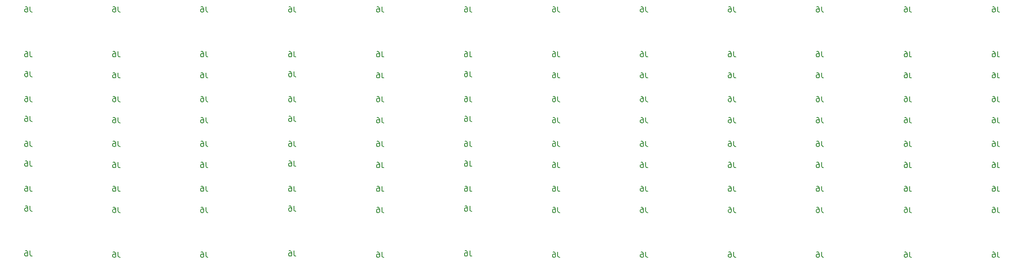
<source format=gbr>
G04 #@! TF.GenerationSoftware,KiCad,Pcbnew,(5.1.0-0)*
G04 #@! TF.CreationDate,2019-04-23T10:55:05-07:00*
G04 #@! TF.ProjectId,TestPanel2,54657374-5061-46e6-956c-322e6b696361,rev?*
G04 #@! TF.SameCoordinates,Original*
G04 #@! TF.FileFunction,Legend,Bot*
G04 #@! TF.FilePolarity,Positive*
%FSLAX46Y46*%
G04 Gerber Fmt 4.6, Leading zero omitted, Abs format (unit mm)*
G04 Created by KiCad (PCBNEW (5.1.0-0)) date 2019-04-23 10:55:05*
%MOMM*%
%LPD*%
G04 APERTURE LIST*
%ADD10C,0.150000*%
G04 APERTURE END LIST*
D10*
X268390515Y-101817380D02*
X268390515Y-102531666D01*
X268438134Y-102674523D01*
X268533372Y-102769761D01*
X268676229Y-102817380D01*
X268771467Y-102817380D01*
X267485753Y-101817380D02*
X267676229Y-101817380D01*
X267771467Y-101865000D01*
X267819086Y-101912619D01*
X267914324Y-102055476D01*
X267961943Y-102245952D01*
X267961943Y-102626904D01*
X267914324Y-102722142D01*
X267866705Y-102769761D01*
X267771467Y-102817380D01*
X267580991Y-102817380D01*
X267485753Y-102769761D01*
X267438134Y-102722142D01*
X267390515Y-102626904D01*
X267390515Y-102388809D01*
X267438134Y-102293571D01*
X267485753Y-102245952D01*
X267580991Y-102198333D01*
X267771467Y-102198333D01*
X267866705Y-102245952D01*
X267914324Y-102293571D01*
X267961943Y-102388809D01*
X85057255Y-114067380D02*
X85057255Y-114781666D01*
X85104874Y-114924523D01*
X85200112Y-115019761D01*
X85342969Y-115067380D01*
X85438207Y-115067380D01*
X84152493Y-114067380D02*
X84342969Y-114067380D01*
X84438207Y-114115000D01*
X84485826Y-114162619D01*
X84581064Y-114305476D01*
X84628683Y-114495952D01*
X84628683Y-114876904D01*
X84581064Y-114972142D01*
X84533445Y-115019761D01*
X84438207Y-115067380D01*
X84247731Y-115067380D01*
X84152493Y-115019761D01*
X84104874Y-114972142D01*
X84057255Y-114876904D01*
X84057255Y-114638809D01*
X84104874Y-114543571D01*
X84152493Y-114495952D01*
X84247731Y-114448333D01*
X84438207Y-114448333D01*
X84533445Y-114495952D01*
X84581064Y-114543571D01*
X84628683Y-114638809D01*
X218390535Y-101817380D02*
X218390535Y-102531666D01*
X218438154Y-102674523D01*
X218533392Y-102769761D01*
X218676249Y-102817380D01*
X218771487Y-102817380D01*
X217485773Y-101817380D02*
X217676249Y-101817380D01*
X217771487Y-101865000D01*
X217819106Y-101912619D01*
X217914344Y-102055476D01*
X217961963Y-102245952D01*
X217961963Y-102626904D01*
X217914344Y-102722142D01*
X217866725Y-102769761D01*
X217771487Y-102817380D01*
X217581011Y-102817380D01*
X217485773Y-102769761D01*
X217438154Y-102722142D01*
X217390535Y-102626904D01*
X217390535Y-102388809D01*
X217438154Y-102293571D01*
X217485773Y-102245952D01*
X217581011Y-102198333D01*
X217771487Y-102198333D01*
X217866725Y-102245952D01*
X217914344Y-102293571D01*
X217961963Y-102388809D01*
X201723875Y-114317380D02*
X201723875Y-115031666D01*
X201771494Y-115174523D01*
X201866732Y-115269761D01*
X202009589Y-115317380D01*
X202104827Y-115317380D01*
X200819113Y-114317380D02*
X201009589Y-114317380D01*
X201104827Y-114365000D01*
X201152446Y-114412619D01*
X201247684Y-114555476D01*
X201295303Y-114745952D01*
X201295303Y-115126904D01*
X201247684Y-115222142D01*
X201200065Y-115269761D01*
X201104827Y-115317380D01*
X200914351Y-115317380D01*
X200819113Y-115269761D01*
X200771494Y-115222142D01*
X200723875Y-115126904D01*
X200723875Y-114888809D01*
X200771494Y-114793571D01*
X200819113Y-114745952D01*
X200914351Y-114698333D01*
X201104827Y-114698333D01*
X201200065Y-114745952D01*
X201247684Y-114793571D01*
X201295303Y-114888809D01*
X218390535Y-114317380D02*
X218390535Y-115031666D01*
X218438154Y-115174523D01*
X218533392Y-115269761D01*
X218676249Y-115317380D01*
X218771487Y-115317380D01*
X217485773Y-114317380D02*
X217676249Y-114317380D01*
X217771487Y-114365000D01*
X217819106Y-114412619D01*
X217914344Y-114555476D01*
X217961963Y-114745952D01*
X217961963Y-115126904D01*
X217914344Y-115222142D01*
X217866725Y-115269761D01*
X217771487Y-115317380D01*
X217581011Y-115317380D01*
X217485773Y-115269761D01*
X217438154Y-115222142D01*
X217390535Y-115126904D01*
X217390535Y-114888809D01*
X217438154Y-114793571D01*
X217485773Y-114745952D01*
X217581011Y-114698333D01*
X217771487Y-114698333D01*
X217866725Y-114745952D01*
X217914344Y-114793571D01*
X217961963Y-114888809D01*
X201723875Y-101817380D02*
X201723875Y-102531666D01*
X201771494Y-102674523D01*
X201866732Y-102769761D01*
X202009589Y-102817380D01*
X202104827Y-102817380D01*
X200819113Y-101817380D02*
X201009589Y-101817380D01*
X201104827Y-101865000D01*
X201152446Y-101912619D01*
X201247684Y-102055476D01*
X201295303Y-102245952D01*
X201295303Y-102626904D01*
X201247684Y-102722142D01*
X201200065Y-102769761D01*
X201104827Y-102817380D01*
X200914351Y-102817380D01*
X200819113Y-102769761D01*
X200771494Y-102722142D01*
X200723875Y-102626904D01*
X200723875Y-102388809D01*
X200771494Y-102293571D01*
X200819113Y-102245952D01*
X200914351Y-102198333D01*
X201104827Y-102198333D01*
X201200065Y-102245952D01*
X201247684Y-102293571D01*
X201295303Y-102388809D01*
X85057255Y-101817380D02*
X85057255Y-102531666D01*
X85104874Y-102674523D01*
X85200112Y-102769761D01*
X85342969Y-102817380D01*
X85438207Y-102817380D01*
X84152493Y-101817380D02*
X84342969Y-101817380D01*
X84438207Y-101865000D01*
X84485826Y-101912619D01*
X84581064Y-102055476D01*
X84628683Y-102245952D01*
X84628683Y-102626904D01*
X84581064Y-102722142D01*
X84533445Y-102769761D01*
X84438207Y-102817380D01*
X84247731Y-102817380D01*
X84152493Y-102769761D01*
X84104874Y-102722142D01*
X84057255Y-102626904D01*
X84057255Y-102388809D01*
X84104874Y-102293571D01*
X84152493Y-102245952D01*
X84247731Y-102198333D01*
X84438207Y-102198333D01*
X84533445Y-102245952D01*
X84581064Y-102293571D01*
X84628683Y-102388809D01*
X101723915Y-114317380D02*
X101723915Y-115031666D01*
X101771534Y-115174523D01*
X101866772Y-115269761D01*
X102009629Y-115317380D01*
X102104867Y-115317380D01*
X100819153Y-114317380D02*
X101009629Y-114317380D01*
X101104867Y-114365000D01*
X101152486Y-114412619D01*
X101247724Y-114555476D01*
X101295343Y-114745952D01*
X101295343Y-115126904D01*
X101247724Y-115222142D01*
X101200105Y-115269761D01*
X101104867Y-115317380D01*
X100914391Y-115317380D01*
X100819153Y-115269761D01*
X100771534Y-115222142D01*
X100723915Y-115126904D01*
X100723915Y-114888809D01*
X100771534Y-114793571D01*
X100819153Y-114745952D01*
X100914391Y-114698333D01*
X101104867Y-114698333D01*
X101200105Y-114745952D01*
X101247724Y-114793571D01*
X101295343Y-114888809D01*
X101723915Y-101817380D02*
X101723915Y-102531666D01*
X101771534Y-102674523D01*
X101866772Y-102769761D01*
X102009629Y-102817380D01*
X102104867Y-102817380D01*
X100819153Y-101817380D02*
X101009629Y-101817380D01*
X101104867Y-101865000D01*
X101152486Y-101912619D01*
X101247724Y-102055476D01*
X101295343Y-102245952D01*
X101295343Y-102626904D01*
X101247724Y-102722142D01*
X101200105Y-102769761D01*
X101104867Y-102817380D01*
X100914391Y-102817380D01*
X100819153Y-102769761D01*
X100771534Y-102722142D01*
X100723915Y-102626904D01*
X100723915Y-102388809D01*
X100771534Y-102293571D01*
X100819153Y-102245952D01*
X100914391Y-102198333D01*
X101104867Y-102198333D01*
X101200105Y-102245952D01*
X101247724Y-102293571D01*
X101295343Y-102388809D01*
X151723895Y-114317380D02*
X151723895Y-115031666D01*
X151771514Y-115174523D01*
X151866752Y-115269761D01*
X152009609Y-115317380D01*
X152104847Y-115317380D01*
X150819133Y-114317380D02*
X151009609Y-114317380D01*
X151104847Y-114365000D01*
X151152466Y-114412619D01*
X151247704Y-114555476D01*
X151295323Y-114745952D01*
X151295323Y-115126904D01*
X151247704Y-115222142D01*
X151200085Y-115269761D01*
X151104847Y-115317380D01*
X150914371Y-115317380D01*
X150819133Y-115269761D01*
X150771514Y-115222142D01*
X150723895Y-115126904D01*
X150723895Y-114888809D01*
X150771514Y-114793571D01*
X150819133Y-114745952D01*
X150914371Y-114698333D01*
X151104847Y-114698333D01*
X151200085Y-114745952D01*
X151247704Y-114793571D01*
X151295323Y-114888809D01*
X118390575Y-114317380D02*
X118390575Y-115031666D01*
X118438194Y-115174523D01*
X118533432Y-115269761D01*
X118676289Y-115317380D01*
X118771527Y-115317380D01*
X117485813Y-114317380D02*
X117676289Y-114317380D01*
X117771527Y-114365000D01*
X117819146Y-114412619D01*
X117914384Y-114555476D01*
X117962003Y-114745952D01*
X117962003Y-115126904D01*
X117914384Y-115222142D01*
X117866765Y-115269761D01*
X117771527Y-115317380D01*
X117581051Y-115317380D01*
X117485813Y-115269761D01*
X117438194Y-115222142D01*
X117390575Y-115126904D01*
X117390575Y-114888809D01*
X117438194Y-114793571D01*
X117485813Y-114745952D01*
X117581051Y-114698333D01*
X117771527Y-114698333D01*
X117866765Y-114745952D01*
X117914384Y-114793571D01*
X117962003Y-114888809D01*
X135057235Y-101817380D02*
X135057235Y-102531666D01*
X135104854Y-102674523D01*
X135200092Y-102769761D01*
X135342949Y-102817380D01*
X135438187Y-102817380D01*
X134152473Y-101817380D02*
X134342949Y-101817380D01*
X134438187Y-101865000D01*
X134485806Y-101912619D01*
X134581044Y-102055476D01*
X134628663Y-102245952D01*
X134628663Y-102626904D01*
X134581044Y-102722142D01*
X134533425Y-102769761D01*
X134438187Y-102817380D01*
X134247711Y-102817380D01*
X134152473Y-102769761D01*
X134104854Y-102722142D01*
X134057235Y-102626904D01*
X134057235Y-102388809D01*
X134104854Y-102293571D01*
X134152473Y-102245952D01*
X134247711Y-102198333D01*
X134438187Y-102198333D01*
X134533425Y-102245952D01*
X134581044Y-102293571D01*
X134628663Y-102388809D01*
X135057235Y-114067380D02*
X135057235Y-114781666D01*
X135104854Y-114924523D01*
X135200092Y-115019761D01*
X135342949Y-115067380D01*
X135438187Y-115067380D01*
X134152473Y-114067380D02*
X134342949Y-114067380D01*
X134438187Y-114115000D01*
X134485806Y-114162619D01*
X134581044Y-114305476D01*
X134628663Y-114495952D01*
X134628663Y-114876904D01*
X134581044Y-114972142D01*
X134533425Y-115019761D01*
X134438187Y-115067380D01*
X134247711Y-115067380D01*
X134152473Y-115019761D01*
X134104854Y-114972142D01*
X134057235Y-114876904D01*
X134057235Y-114638809D01*
X134104854Y-114543571D01*
X134152473Y-114495952D01*
X134247711Y-114448333D01*
X134438187Y-114448333D01*
X134533425Y-114495952D01*
X134581044Y-114543571D01*
X134628663Y-114638809D01*
X118390575Y-101817380D02*
X118390575Y-102531666D01*
X118438194Y-102674523D01*
X118533432Y-102769761D01*
X118676289Y-102817380D01*
X118771527Y-102817380D01*
X117485813Y-101817380D02*
X117676289Y-101817380D01*
X117771527Y-101865000D01*
X117819146Y-101912619D01*
X117914384Y-102055476D01*
X117962003Y-102245952D01*
X117962003Y-102626904D01*
X117914384Y-102722142D01*
X117866765Y-102769761D01*
X117771527Y-102817380D01*
X117581051Y-102817380D01*
X117485813Y-102769761D01*
X117438194Y-102722142D01*
X117390575Y-102626904D01*
X117390575Y-102388809D01*
X117438194Y-102293571D01*
X117485813Y-102245952D01*
X117581051Y-102198333D01*
X117771527Y-102198333D01*
X117866765Y-102245952D01*
X117914384Y-102293571D01*
X117962003Y-102388809D01*
X151723895Y-101817380D02*
X151723895Y-102531666D01*
X151771514Y-102674523D01*
X151866752Y-102769761D01*
X152009609Y-102817380D01*
X152104847Y-102817380D01*
X150819133Y-101817380D02*
X151009609Y-101817380D01*
X151104847Y-101865000D01*
X151152466Y-101912619D01*
X151247704Y-102055476D01*
X151295323Y-102245952D01*
X151295323Y-102626904D01*
X151247704Y-102722142D01*
X151200085Y-102769761D01*
X151104847Y-102817380D01*
X150914371Y-102817380D01*
X150819133Y-102769761D01*
X150771514Y-102722142D01*
X150723895Y-102626904D01*
X150723895Y-102388809D01*
X150771514Y-102293571D01*
X150819133Y-102245952D01*
X150914371Y-102198333D01*
X151104847Y-102198333D01*
X151200085Y-102245952D01*
X151247704Y-102293571D01*
X151295323Y-102388809D01*
X185057215Y-114317380D02*
X185057215Y-115031666D01*
X185104834Y-115174523D01*
X185200072Y-115269761D01*
X185342929Y-115317380D01*
X185438167Y-115317380D01*
X184152453Y-114317380D02*
X184342929Y-114317380D01*
X184438167Y-114365000D01*
X184485786Y-114412619D01*
X184581024Y-114555476D01*
X184628643Y-114745952D01*
X184628643Y-115126904D01*
X184581024Y-115222142D01*
X184533405Y-115269761D01*
X184438167Y-115317380D01*
X184247691Y-115317380D01*
X184152453Y-115269761D01*
X184104834Y-115222142D01*
X184057215Y-115126904D01*
X184057215Y-114888809D01*
X184104834Y-114793571D01*
X184152453Y-114745952D01*
X184247691Y-114698333D01*
X184438167Y-114698333D01*
X184533405Y-114745952D01*
X184581024Y-114793571D01*
X184628643Y-114888809D01*
X235057195Y-114317380D02*
X235057195Y-115031666D01*
X235104814Y-115174523D01*
X235200052Y-115269761D01*
X235342909Y-115317380D01*
X235438147Y-115317380D01*
X234152433Y-114317380D02*
X234342909Y-114317380D01*
X234438147Y-114365000D01*
X234485766Y-114412619D01*
X234581004Y-114555476D01*
X234628623Y-114745952D01*
X234628623Y-115126904D01*
X234581004Y-115222142D01*
X234533385Y-115269761D01*
X234438147Y-115317380D01*
X234247671Y-115317380D01*
X234152433Y-115269761D01*
X234104814Y-115222142D01*
X234057195Y-115126904D01*
X234057195Y-114888809D01*
X234104814Y-114793571D01*
X234152433Y-114745952D01*
X234247671Y-114698333D01*
X234438147Y-114698333D01*
X234533385Y-114745952D01*
X234581004Y-114793571D01*
X234628623Y-114888809D01*
X235057195Y-101817380D02*
X235057195Y-102531666D01*
X235104814Y-102674523D01*
X235200052Y-102769761D01*
X235342909Y-102817380D01*
X235438147Y-102817380D01*
X234152433Y-101817380D02*
X234342909Y-101817380D01*
X234438147Y-101865000D01*
X234485766Y-101912619D01*
X234581004Y-102055476D01*
X234628623Y-102245952D01*
X234628623Y-102626904D01*
X234581004Y-102722142D01*
X234533385Y-102769761D01*
X234438147Y-102817380D01*
X234247671Y-102817380D01*
X234152433Y-102769761D01*
X234104814Y-102722142D01*
X234057195Y-102626904D01*
X234057195Y-102388809D01*
X234104814Y-102293571D01*
X234152433Y-102245952D01*
X234247671Y-102198333D01*
X234438147Y-102198333D01*
X234533385Y-102245952D01*
X234581004Y-102293571D01*
X234628623Y-102388809D01*
X185057215Y-101817380D02*
X185057215Y-102531666D01*
X185104834Y-102674523D01*
X185200072Y-102769761D01*
X185342929Y-102817380D01*
X185438167Y-102817380D01*
X184152453Y-101817380D02*
X184342929Y-101817380D01*
X184438167Y-101865000D01*
X184485786Y-101912619D01*
X184581024Y-102055476D01*
X184628643Y-102245952D01*
X184628643Y-102626904D01*
X184581024Y-102722142D01*
X184533405Y-102769761D01*
X184438167Y-102817380D01*
X184247691Y-102817380D01*
X184152453Y-102769761D01*
X184104834Y-102722142D01*
X184057215Y-102626904D01*
X184057215Y-102388809D01*
X184104834Y-102293571D01*
X184152453Y-102245952D01*
X184247691Y-102198333D01*
X184438167Y-102198333D01*
X184533405Y-102245952D01*
X184581024Y-102293571D01*
X184628643Y-102388809D01*
X168390555Y-114067380D02*
X168390555Y-114781666D01*
X168438174Y-114924523D01*
X168533412Y-115019761D01*
X168676269Y-115067380D01*
X168771507Y-115067380D01*
X167485793Y-114067380D02*
X167676269Y-114067380D01*
X167771507Y-114115000D01*
X167819126Y-114162619D01*
X167914364Y-114305476D01*
X167961983Y-114495952D01*
X167961983Y-114876904D01*
X167914364Y-114972142D01*
X167866745Y-115019761D01*
X167771507Y-115067380D01*
X167581031Y-115067380D01*
X167485793Y-115019761D01*
X167438174Y-114972142D01*
X167390555Y-114876904D01*
X167390555Y-114638809D01*
X167438174Y-114543571D01*
X167485793Y-114495952D01*
X167581031Y-114448333D01*
X167771507Y-114448333D01*
X167866745Y-114495952D01*
X167914364Y-114543571D01*
X167961983Y-114638809D01*
X251723855Y-101817380D02*
X251723855Y-102531666D01*
X251771474Y-102674523D01*
X251866712Y-102769761D01*
X252009569Y-102817380D01*
X252104807Y-102817380D01*
X250819093Y-101817380D02*
X251009569Y-101817380D01*
X251104807Y-101865000D01*
X251152426Y-101912619D01*
X251247664Y-102055476D01*
X251295283Y-102245952D01*
X251295283Y-102626904D01*
X251247664Y-102722142D01*
X251200045Y-102769761D01*
X251104807Y-102817380D01*
X250914331Y-102817380D01*
X250819093Y-102769761D01*
X250771474Y-102722142D01*
X250723855Y-102626904D01*
X250723855Y-102388809D01*
X250771474Y-102293571D01*
X250819093Y-102245952D01*
X250914331Y-102198333D01*
X251104807Y-102198333D01*
X251200045Y-102245952D01*
X251247664Y-102293571D01*
X251295283Y-102388809D01*
X251723855Y-114317380D02*
X251723855Y-115031666D01*
X251771474Y-115174523D01*
X251866712Y-115269761D01*
X252009569Y-115317380D01*
X252104807Y-115317380D01*
X250819093Y-114317380D02*
X251009569Y-114317380D01*
X251104807Y-114365000D01*
X251152426Y-114412619D01*
X251247664Y-114555476D01*
X251295283Y-114745952D01*
X251295283Y-115126904D01*
X251247664Y-115222142D01*
X251200045Y-115269761D01*
X251104807Y-115317380D01*
X250914331Y-115317380D01*
X250819093Y-115269761D01*
X250771474Y-115222142D01*
X250723855Y-115126904D01*
X250723855Y-114888809D01*
X250771474Y-114793571D01*
X250819093Y-114745952D01*
X250914331Y-114698333D01*
X251104807Y-114698333D01*
X251200045Y-114745952D01*
X251247664Y-114793571D01*
X251295283Y-114888809D01*
X168390555Y-101817380D02*
X168390555Y-102531666D01*
X168438174Y-102674523D01*
X168533412Y-102769761D01*
X168676269Y-102817380D01*
X168771507Y-102817380D01*
X167485793Y-101817380D02*
X167676269Y-101817380D01*
X167771507Y-101865000D01*
X167819126Y-101912619D01*
X167914364Y-102055476D01*
X167961983Y-102245952D01*
X167961983Y-102626904D01*
X167914364Y-102722142D01*
X167866745Y-102769761D01*
X167771507Y-102817380D01*
X167581031Y-102817380D01*
X167485793Y-102769761D01*
X167438174Y-102722142D01*
X167390555Y-102626904D01*
X167390555Y-102388809D01*
X167438174Y-102293571D01*
X167485793Y-102245952D01*
X167581031Y-102198333D01*
X167771507Y-102198333D01*
X167866745Y-102245952D01*
X167914364Y-102293571D01*
X167961983Y-102388809D01*
X268390515Y-114317380D02*
X268390515Y-115031666D01*
X268438134Y-115174523D01*
X268533372Y-115269761D01*
X268676229Y-115317380D01*
X268771467Y-115317380D01*
X267485753Y-114317380D02*
X267676229Y-114317380D01*
X267771467Y-114365000D01*
X267819086Y-114412619D01*
X267914324Y-114555476D01*
X267961943Y-114745952D01*
X267961943Y-115126904D01*
X267914324Y-115222142D01*
X267866705Y-115269761D01*
X267771467Y-115317380D01*
X267580991Y-115317380D01*
X267485753Y-115269761D01*
X267438134Y-115222142D01*
X267390515Y-115126904D01*
X267390515Y-114888809D01*
X267438134Y-114793571D01*
X267485753Y-114745952D01*
X267580991Y-114698333D01*
X267771467Y-114698333D01*
X267866705Y-114745952D01*
X267914324Y-114793571D01*
X267961943Y-114888809D01*
X268390515Y-67817380D02*
X268390515Y-68531666D01*
X268438134Y-68674523D01*
X268533372Y-68769761D01*
X268676229Y-68817380D01*
X268771467Y-68817380D01*
X267485753Y-67817380D02*
X267676229Y-67817380D01*
X267771467Y-67865000D01*
X267819086Y-67912619D01*
X267914324Y-68055476D01*
X267961943Y-68245952D01*
X267961943Y-68626904D01*
X267914324Y-68722142D01*
X267866705Y-68769761D01*
X267771467Y-68817380D01*
X267580991Y-68817380D01*
X267485753Y-68769761D01*
X267438134Y-68722142D01*
X267390515Y-68626904D01*
X267390515Y-68388809D01*
X267438134Y-68293571D01*
X267485753Y-68245952D01*
X267580991Y-68198333D01*
X267771467Y-68198333D01*
X267866705Y-68245952D01*
X267914324Y-68293571D01*
X267961943Y-68388809D01*
X85057255Y-80067380D02*
X85057255Y-80781666D01*
X85104874Y-80924523D01*
X85200112Y-81019761D01*
X85342969Y-81067380D01*
X85438207Y-81067380D01*
X84152493Y-80067380D02*
X84342969Y-80067380D01*
X84438207Y-80115000D01*
X84485826Y-80162619D01*
X84581064Y-80305476D01*
X84628683Y-80495952D01*
X84628683Y-80876904D01*
X84581064Y-80972142D01*
X84533445Y-81019761D01*
X84438207Y-81067380D01*
X84247731Y-81067380D01*
X84152493Y-81019761D01*
X84104874Y-80972142D01*
X84057255Y-80876904D01*
X84057255Y-80638809D01*
X84104874Y-80543571D01*
X84152493Y-80495952D01*
X84247731Y-80448333D01*
X84438207Y-80448333D01*
X84533445Y-80495952D01*
X84581064Y-80543571D01*
X84628683Y-80638809D01*
X218390535Y-67817380D02*
X218390535Y-68531666D01*
X218438154Y-68674523D01*
X218533392Y-68769761D01*
X218676249Y-68817380D01*
X218771487Y-68817380D01*
X217485773Y-67817380D02*
X217676249Y-67817380D01*
X217771487Y-67865000D01*
X217819106Y-67912619D01*
X217914344Y-68055476D01*
X217961963Y-68245952D01*
X217961963Y-68626904D01*
X217914344Y-68722142D01*
X217866725Y-68769761D01*
X217771487Y-68817380D01*
X217581011Y-68817380D01*
X217485773Y-68769761D01*
X217438154Y-68722142D01*
X217390535Y-68626904D01*
X217390535Y-68388809D01*
X217438154Y-68293571D01*
X217485773Y-68245952D01*
X217581011Y-68198333D01*
X217771487Y-68198333D01*
X217866725Y-68245952D01*
X217914344Y-68293571D01*
X217961963Y-68388809D01*
X201723875Y-80317380D02*
X201723875Y-81031666D01*
X201771494Y-81174523D01*
X201866732Y-81269761D01*
X202009589Y-81317380D01*
X202104827Y-81317380D01*
X200819113Y-80317380D02*
X201009589Y-80317380D01*
X201104827Y-80365000D01*
X201152446Y-80412619D01*
X201247684Y-80555476D01*
X201295303Y-80745952D01*
X201295303Y-81126904D01*
X201247684Y-81222142D01*
X201200065Y-81269761D01*
X201104827Y-81317380D01*
X200914351Y-81317380D01*
X200819113Y-81269761D01*
X200771494Y-81222142D01*
X200723875Y-81126904D01*
X200723875Y-80888809D01*
X200771494Y-80793571D01*
X200819113Y-80745952D01*
X200914351Y-80698333D01*
X201104827Y-80698333D01*
X201200065Y-80745952D01*
X201247684Y-80793571D01*
X201295303Y-80888809D01*
X218390535Y-80317380D02*
X218390535Y-81031666D01*
X218438154Y-81174523D01*
X218533392Y-81269761D01*
X218676249Y-81317380D01*
X218771487Y-81317380D01*
X217485773Y-80317380D02*
X217676249Y-80317380D01*
X217771487Y-80365000D01*
X217819106Y-80412619D01*
X217914344Y-80555476D01*
X217961963Y-80745952D01*
X217961963Y-81126904D01*
X217914344Y-81222142D01*
X217866725Y-81269761D01*
X217771487Y-81317380D01*
X217581011Y-81317380D01*
X217485773Y-81269761D01*
X217438154Y-81222142D01*
X217390535Y-81126904D01*
X217390535Y-80888809D01*
X217438154Y-80793571D01*
X217485773Y-80745952D01*
X217581011Y-80698333D01*
X217771487Y-80698333D01*
X217866725Y-80745952D01*
X217914344Y-80793571D01*
X217961963Y-80888809D01*
X201723875Y-67817380D02*
X201723875Y-68531666D01*
X201771494Y-68674523D01*
X201866732Y-68769761D01*
X202009589Y-68817380D01*
X202104827Y-68817380D01*
X200819113Y-67817380D02*
X201009589Y-67817380D01*
X201104827Y-67865000D01*
X201152446Y-67912619D01*
X201247684Y-68055476D01*
X201295303Y-68245952D01*
X201295303Y-68626904D01*
X201247684Y-68722142D01*
X201200065Y-68769761D01*
X201104827Y-68817380D01*
X200914351Y-68817380D01*
X200819113Y-68769761D01*
X200771494Y-68722142D01*
X200723875Y-68626904D01*
X200723875Y-68388809D01*
X200771494Y-68293571D01*
X200819113Y-68245952D01*
X200914351Y-68198333D01*
X201104827Y-68198333D01*
X201200065Y-68245952D01*
X201247684Y-68293571D01*
X201295303Y-68388809D01*
X85057255Y-67817380D02*
X85057255Y-68531666D01*
X85104874Y-68674523D01*
X85200112Y-68769761D01*
X85342969Y-68817380D01*
X85438207Y-68817380D01*
X84152493Y-67817380D02*
X84342969Y-67817380D01*
X84438207Y-67865000D01*
X84485826Y-67912619D01*
X84581064Y-68055476D01*
X84628683Y-68245952D01*
X84628683Y-68626904D01*
X84581064Y-68722142D01*
X84533445Y-68769761D01*
X84438207Y-68817380D01*
X84247731Y-68817380D01*
X84152493Y-68769761D01*
X84104874Y-68722142D01*
X84057255Y-68626904D01*
X84057255Y-68388809D01*
X84104874Y-68293571D01*
X84152493Y-68245952D01*
X84247731Y-68198333D01*
X84438207Y-68198333D01*
X84533445Y-68245952D01*
X84581064Y-68293571D01*
X84628683Y-68388809D01*
X101723915Y-80317380D02*
X101723915Y-81031666D01*
X101771534Y-81174523D01*
X101866772Y-81269761D01*
X102009629Y-81317380D01*
X102104867Y-81317380D01*
X100819153Y-80317380D02*
X101009629Y-80317380D01*
X101104867Y-80365000D01*
X101152486Y-80412619D01*
X101247724Y-80555476D01*
X101295343Y-80745952D01*
X101295343Y-81126904D01*
X101247724Y-81222142D01*
X101200105Y-81269761D01*
X101104867Y-81317380D01*
X100914391Y-81317380D01*
X100819153Y-81269761D01*
X100771534Y-81222142D01*
X100723915Y-81126904D01*
X100723915Y-80888809D01*
X100771534Y-80793571D01*
X100819153Y-80745952D01*
X100914391Y-80698333D01*
X101104867Y-80698333D01*
X101200105Y-80745952D01*
X101247724Y-80793571D01*
X101295343Y-80888809D01*
X101723915Y-67817380D02*
X101723915Y-68531666D01*
X101771534Y-68674523D01*
X101866772Y-68769761D01*
X102009629Y-68817380D01*
X102104867Y-68817380D01*
X100819153Y-67817380D02*
X101009629Y-67817380D01*
X101104867Y-67865000D01*
X101152486Y-67912619D01*
X101247724Y-68055476D01*
X101295343Y-68245952D01*
X101295343Y-68626904D01*
X101247724Y-68722142D01*
X101200105Y-68769761D01*
X101104867Y-68817380D01*
X100914391Y-68817380D01*
X100819153Y-68769761D01*
X100771534Y-68722142D01*
X100723915Y-68626904D01*
X100723915Y-68388809D01*
X100771534Y-68293571D01*
X100819153Y-68245952D01*
X100914391Y-68198333D01*
X101104867Y-68198333D01*
X101200105Y-68245952D01*
X101247724Y-68293571D01*
X101295343Y-68388809D01*
X151723895Y-80317380D02*
X151723895Y-81031666D01*
X151771514Y-81174523D01*
X151866752Y-81269761D01*
X152009609Y-81317380D01*
X152104847Y-81317380D01*
X150819133Y-80317380D02*
X151009609Y-80317380D01*
X151104847Y-80365000D01*
X151152466Y-80412619D01*
X151247704Y-80555476D01*
X151295323Y-80745952D01*
X151295323Y-81126904D01*
X151247704Y-81222142D01*
X151200085Y-81269761D01*
X151104847Y-81317380D01*
X150914371Y-81317380D01*
X150819133Y-81269761D01*
X150771514Y-81222142D01*
X150723895Y-81126904D01*
X150723895Y-80888809D01*
X150771514Y-80793571D01*
X150819133Y-80745952D01*
X150914371Y-80698333D01*
X151104847Y-80698333D01*
X151200085Y-80745952D01*
X151247704Y-80793571D01*
X151295323Y-80888809D01*
X118390575Y-80317380D02*
X118390575Y-81031666D01*
X118438194Y-81174523D01*
X118533432Y-81269761D01*
X118676289Y-81317380D01*
X118771527Y-81317380D01*
X117485813Y-80317380D02*
X117676289Y-80317380D01*
X117771527Y-80365000D01*
X117819146Y-80412619D01*
X117914384Y-80555476D01*
X117962003Y-80745952D01*
X117962003Y-81126904D01*
X117914384Y-81222142D01*
X117866765Y-81269761D01*
X117771527Y-81317380D01*
X117581051Y-81317380D01*
X117485813Y-81269761D01*
X117438194Y-81222142D01*
X117390575Y-81126904D01*
X117390575Y-80888809D01*
X117438194Y-80793571D01*
X117485813Y-80745952D01*
X117581051Y-80698333D01*
X117771527Y-80698333D01*
X117866765Y-80745952D01*
X117914384Y-80793571D01*
X117962003Y-80888809D01*
X135057235Y-67817380D02*
X135057235Y-68531666D01*
X135104854Y-68674523D01*
X135200092Y-68769761D01*
X135342949Y-68817380D01*
X135438187Y-68817380D01*
X134152473Y-67817380D02*
X134342949Y-67817380D01*
X134438187Y-67865000D01*
X134485806Y-67912619D01*
X134581044Y-68055476D01*
X134628663Y-68245952D01*
X134628663Y-68626904D01*
X134581044Y-68722142D01*
X134533425Y-68769761D01*
X134438187Y-68817380D01*
X134247711Y-68817380D01*
X134152473Y-68769761D01*
X134104854Y-68722142D01*
X134057235Y-68626904D01*
X134057235Y-68388809D01*
X134104854Y-68293571D01*
X134152473Y-68245952D01*
X134247711Y-68198333D01*
X134438187Y-68198333D01*
X134533425Y-68245952D01*
X134581044Y-68293571D01*
X134628663Y-68388809D01*
X135057235Y-80067380D02*
X135057235Y-80781666D01*
X135104854Y-80924523D01*
X135200092Y-81019761D01*
X135342949Y-81067380D01*
X135438187Y-81067380D01*
X134152473Y-80067380D02*
X134342949Y-80067380D01*
X134438187Y-80115000D01*
X134485806Y-80162619D01*
X134581044Y-80305476D01*
X134628663Y-80495952D01*
X134628663Y-80876904D01*
X134581044Y-80972142D01*
X134533425Y-81019761D01*
X134438187Y-81067380D01*
X134247711Y-81067380D01*
X134152473Y-81019761D01*
X134104854Y-80972142D01*
X134057235Y-80876904D01*
X134057235Y-80638809D01*
X134104854Y-80543571D01*
X134152473Y-80495952D01*
X134247711Y-80448333D01*
X134438187Y-80448333D01*
X134533425Y-80495952D01*
X134581044Y-80543571D01*
X134628663Y-80638809D01*
X118390575Y-67817380D02*
X118390575Y-68531666D01*
X118438194Y-68674523D01*
X118533432Y-68769761D01*
X118676289Y-68817380D01*
X118771527Y-68817380D01*
X117485813Y-67817380D02*
X117676289Y-67817380D01*
X117771527Y-67865000D01*
X117819146Y-67912619D01*
X117914384Y-68055476D01*
X117962003Y-68245952D01*
X117962003Y-68626904D01*
X117914384Y-68722142D01*
X117866765Y-68769761D01*
X117771527Y-68817380D01*
X117581051Y-68817380D01*
X117485813Y-68769761D01*
X117438194Y-68722142D01*
X117390575Y-68626904D01*
X117390575Y-68388809D01*
X117438194Y-68293571D01*
X117485813Y-68245952D01*
X117581051Y-68198333D01*
X117771527Y-68198333D01*
X117866765Y-68245952D01*
X117914384Y-68293571D01*
X117962003Y-68388809D01*
X151723895Y-67817380D02*
X151723895Y-68531666D01*
X151771514Y-68674523D01*
X151866752Y-68769761D01*
X152009609Y-68817380D01*
X152104847Y-68817380D01*
X150819133Y-67817380D02*
X151009609Y-67817380D01*
X151104847Y-67865000D01*
X151152466Y-67912619D01*
X151247704Y-68055476D01*
X151295323Y-68245952D01*
X151295323Y-68626904D01*
X151247704Y-68722142D01*
X151200085Y-68769761D01*
X151104847Y-68817380D01*
X150914371Y-68817380D01*
X150819133Y-68769761D01*
X150771514Y-68722142D01*
X150723895Y-68626904D01*
X150723895Y-68388809D01*
X150771514Y-68293571D01*
X150819133Y-68245952D01*
X150914371Y-68198333D01*
X151104847Y-68198333D01*
X151200085Y-68245952D01*
X151247704Y-68293571D01*
X151295323Y-68388809D01*
X185057215Y-80317380D02*
X185057215Y-81031666D01*
X185104834Y-81174523D01*
X185200072Y-81269761D01*
X185342929Y-81317380D01*
X185438167Y-81317380D01*
X184152453Y-80317380D02*
X184342929Y-80317380D01*
X184438167Y-80365000D01*
X184485786Y-80412619D01*
X184581024Y-80555476D01*
X184628643Y-80745952D01*
X184628643Y-81126904D01*
X184581024Y-81222142D01*
X184533405Y-81269761D01*
X184438167Y-81317380D01*
X184247691Y-81317380D01*
X184152453Y-81269761D01*
X184104834Y-81222142D01*
X184057215Y-81126904D01*
X184057215Y-80888809D01*
X184104834Y-80793571D01*
X184152453Y-80745952D01*
X184247691Y-80698333D01*
X184438167Y-80698333D01*
X184533405Y-80745952D01*
X184581024Y-80793571D01*
X184628643Y-80888809D01*
X235057195Y-80317380D02*
X235057195Y-81031666D01*
X235104814Y-81174523D01*
X235200052Y-81269761D01*
X235342909Y-81317380D01*
X235438147Y-81317380D01*
X234152433Y-80317380D02*
X234342909Y-80317380D01*
X234438147Y-80365000D01*
X234485766Y-80412619D01*
X234581004Y-80555476D01*
X234628623Y-80745952D01*
X234628623Y-81126904D01*
X234581004Y-81222142D01*
X234533385Y-81269761D01*
X234438147Y-81317380D01*
X234247671Y-81317380D01*
X234152433Y-81269761D01*
X234104814Y-81222142D01*
X234057195Y-81126904D01*
X234057195Y-80888809D01*
X234104814Y-80793571D01*
X234152433Y-80745952D01*
X234247671Y-80698333D01*
X234438147Y-80698333D01*
X234533385Y-80745952D01*
X234581004Y-80793571D01*
X234628623Y-80888809D01*
X235057195Y-67817380D02*
X235057195Y-68531666D01*
X235104814Y-68674523D01*
X235200052Y-68769761D01*
X235342909Y-68817380D01*
X235438147Y-68817380D01*
X234152433Y-67817380D02*
X234342909Y-67817380D01*
X234438147Y-67865000D01*
X234485766Y-67912619D01*
X234581004Y-68055476D01*
X234628623Y-68245952D01*
X234628623Y-68626904D01*
X234581004Y-68722142D01*
X234533385Y-68769761D01*
X234438147Y-68817380D01*
X234247671Y-68817380D01*
X234152433Y-68769761D01*
X234104814Y-68722142D01*
X234057195Y-68626904D01*
X234057195Y-68388809D01*
X234104814Y-68293571D01*
X234152433Y-68245952D01*
X234247671Y-68198333D01*
X234438147Y-68198333D01*
X234533385Y-68245952D01*
X234581004Y-68293571D01*
X234628623Y-68388809D01*
X185057215Y-67817380D02*
X185057215Y-68531666D01*
X185104834Y-68674523D01*
X185200072Y-68769761D01*
X185342929Y-68817380D01*
X185438167Y-68817380D01*
X184152453Y-67817380D02*
X184342929Y-67817380D01*
X184438167Y-67865000D01*
X184485786Y-67912619D01*
X184581024Y-68055476D01*
X184628643Y-68245952D01*
X184628643Y-68626904D01*
X184581024Y-68722142D01*
X184533405Y-68769761D01*
X184438167Y-68817380D01*
X184247691Y-68817380D01*
X184152453Y-68769761D01*
X184104834Y-68722142D01*
X184057215Y-68626904D01*
X184057215Y-68388809D01*
X184104834Y-68293571D01*
X184152453Y-68245952D01*
X184247691Y-68198333D01*
X184438167Y-68198333D01*
X184533405Y-68245952D01*
X184581024Y-68293571D01*
X184628643Y-68388809D01*
X168390555Y-80067380D02*
X168390555Y-80781666D01*
X168438174Y-80924523D01*
X168533412Y-81019761D01*
X168676269Y-81067380D01*
X168771507Y-81067380D01*
X167485793Y-80067380D02*
X167676269Y-80067380D01*
X167771507Y-80115000D01*
X167819126Y-80162619D01*
X167914364Y-80305476D01*
X167961983Y-80495952D01*
X167961983Y-80876904D01*
X167914364Y-80972142D01*
X167866745Y-81019761D01*
X167771507Y-81067380D01*
X167581031Y-81067380D01*
X167485793Y-81019761D01*
X167438174Y-80972142D01*
X167390555Y-80876904D01*
X167390555Y-80638809D01*
X167438174Y-80543571D01*
X167485793Y-80495952D01*
X167581031Y-80448333D01*
X167771507Y-80448333D01*
X167866745Y-80495952D01*
X167914364Y-80543571D01*
X167961983Y-80638809D01*
X251723855Y-67817380D02*
X251723855Y-68531666D01*
X251771474Y-68674523D01*
X251866712Y-68769761D01*
X252009569Y-68817380D01*
X252104807Y-68817380D01*
X250819093Y-67817380D02*
X251009569Y-67817380D01*
X251104807Y-67865000D01*
X251152426Y-67912619D01*
X251247664Y-68055476D01*
X251295283Y-68245952D01*
X251295283Y-68626904D01*
X251247664Y-68722142D01*
X251200045Y-68769761D01*
X251104807Y-68817380D01*
X250914331Y-68817380D01*
X250819093Y-68769761D01*
X250771474Y-68722142D01*
X250723855Y-68626904D01*
X250723855Y-68388809D01*
X250771474Y-68293571D01*
X250819093Y-68245952D01*
X250914331Y-68198333D01*
X251104807Y-68198333D01*
X251200045Y-68245952D01*
X251247664Y-68293571D01*
X251295283Y-68388809D01*
X251723855Y-80317380D02*
X251723855Y-81031666D01*
X251771474Y-81174523D01*
X251866712Y-81269761D01*
X252009569Y-81317380D01*
X252104807Y-81317380D01*
X250819093Y-80317380D02*
X251009569Y-80317380D01*
X251104807Y-80365000D01*
X251152426Y-80412619D01*
X251247664Y-80555476D01*
X251295283Y-80745952D01*
X251295283Y-81126904D01*
X251247664Y-81222142D01*
X251200045Y-81269761D01*
X251104807Y-81317380D01*
X250914331Y-81317380D01*
X250819093Y-81269761D01*
X250771474Y-81222142D01*
X250723855Y-81126904D01*
X250723855Y-80888809D01*
X250771474Y-80793571D01*
X250819093Y-80745952D01*
X250914331Y-80698333D01*
X251104807Y-80698333D01*
X251200045Y-80745952D01*
X251247664Y-80793571D01*
X251295283Y-80888809D01*
X168390555Y-67817380D02*
X168390555Y-68531666D01*
X168438174Y-68674523D01*
X168533412Y-68769761D01*
X168676269Y-68817380D01*
X168771507Y-68817380D01*
X167485793Y-67817380D02*
X167676269Y-67817380D01*
X167771507Y-67865000D01*
X167819126Y-67912619D01*
X167914364Y-68055476D01*
X167961983Y-68245952D01*
X167961983Y-68626904D01*
X167914364Y-68722142D01*
X167866745Y-68769761D01*
X167771507Y-68817380D01*
X167581031Y-68817380D01*
X167485793Y-68769761D01*
X167438174Y-68722142D01*
X167390555Y-68626904D01*
X167390555Y-68388809D01*
X167438174Y-68293571D01*
X167485793Y-68245952D01*
X167581031Y-68198333D01*
X167771507Y-68198333D01*
X167866745Y-68245952D01*
X167914364Y-68293571D01*
X167961983Y-68388809D01*
X268390515Y-80317380D02*
X268390515Y-81031666D01*
X268438134Y-81174523D01*
X268533372Y-81269761D01*
X268676229Y-81317380D01*
X268771467Y-81317380D01*
X267485753Y-80317380D02*
X267676229Y-80317380D01*
X267771467Y-80365000D01*
X267819086Y-80412619D01*
X267914324Y-80555476D01*
X267961943Y-80745952D01*
X267961943Y-81126904D01*
X267914324Y-81222142D01*
X267866705Y-81269761D01*
X267771467Y-81317380D01*
X267580991Y-81317380D01*
X267485753Y-81269761D01*
X267438134Y-81222142D01*
X267390515Y-81126904D01*
X267390515Y-80888809D01*
X267438134Y-80793571D01*
X267485753Y-80745952D01*
X267580991Y-80698333D01*
X267771467Y-80698333D01*
X267866705Y-80745952D01*
X267914324Y-80793571D01*
X267961943Y-80888809D01*
X268390515Y-93317380D02*
X268390515Y-94031666D01*
X268438134Y-94174523D01*
X268533372Y-94269761D01*
X268676229Y-94317380D01*
X268771467Y-94317380D01*
X267485753Y-93317380D02*
X267676229Y-93317380D01*
X267771467Y-93365000D01*
X267819086Y-93412619D01*
X267914324Y-93555476D01*
X267961943Y-93745952D01*
X267961943Y-94126904D01*
X267914324Y-94222142D01*
X267866705Y-94269761D01*
X267771467Y-94317380D01*
X267580991Y-94317380D01*
X267485753Y-94269761D01*
X267438134Y-94222142D01*
X267390515Y-94126904D01*
X267390515Y-93888809D01*
X267438134Y-93793571D01*
X267485753Y-93745952D01*
X267580991Y-93698333D01*
X267771467Y-93698333D01*
X267866705Y-93745952D01*
X267914324Y-93793571D01*
X267961943Y-93888809D01*
X85057255Y-105567380D02*
X85057255Y-106281666D01*
X85104874Y-106424523D01*
X85200112Y-106519761D01*
X85342969Y-106567380D01*
X85438207Y-106567380D01*
X84152493Y-105567380D02*
X84342969Y-105567380D01*
X84438207Y-105615000D01*
X84485826Y-105662619D01*
X84581064Y-105805476D01*
X84628683Y-105995952D01*
X84628683Y-106376904D01*
X84581064Y-106472142D01*
X84533445Y-106519761D01*
X84438207Y-106567380D01*
X84247731Y-106567380D01*
X84152493Y-106519761D01*
X84104874Y-106472142D01*
X84057255Y-106376904D01*
X84057255Y-106138809D01*
X84104874Y-106043571D01*
X84152493Y-105995952D01*
X84247731Y-105948333D01*
X84438207Y-105948333D01*
X84533445Y-105995952D01*
X84581064Y-106043571D01*
X84628683Y-106138809D01*
X218390535Y-93317380D02*
X218390535Y-94031666D01*
X218438154Y-94174523D01*
X218533392Y-94269761D01*
X218676249Y-94317380D01*
X218771487Y-94317380D01*
X217485773Y-93317380D02*
X217676249Y-93317380D01*
X217771487Y-93365000D01*
X217819106Y-93412619D01*
X217914344Y-93555476D01*
X217961963Y-93745952D01*
X217961963Y-94126904D01*
X217914344Y-94222142D01*
X217866725Y-94269761D01*
X217771487Y-94317380D01*
X217581011Y-94317380D01*
X217485773Y-94269761D01*
X217438154Y-94222142D01*
X217390535Y-94126904D01*
X217390535Y-93888809D01*
X217438154Y-93793571D01*
X217485773Y-93745952D01*
X217581011Y-93698333D01*
X217771487Y-93698333D01*
X217866725Y-93745952D01*
X217914344Y-93793571D01*
X217961963Y-93888809D01*
X201723875Y-105817380D02*
X201723875Y-106531666D01*
X201771494Y-106674523D01*
X201866732Y-106769761D01*
X202009589Y-106817380D01*
X202104827Y-106817380D01*
X200819113Y-105817380D02*
X201009589Y-105817380D01*
X201104827Y-105865000D01*
X201152446Y-105912619D01*
X201247684Y-106055476D01*
X201295303Y-106245952D01*
X201295303Y-106626904D01*
X201247684Y-106722142D01*
X201200065Y-106769761D01*
X201104827Y-106817380D01*
X200914351Y-106817380D01*
X200819113Y-106769761D01*
X200771494Y-106722142D01*
X200723875Y-106626904D01*
X200723875Y-106388809D01*
X200771494Y-106293571D01*
X200819113Y-106245952D01*
X200914351Y-106198333D01*
X201104827Y-106198333D01*
X201200065Y-106245952D01*
X201247684Y-106293571D01*
X201295303Y-106388809D01*
X218390535Y-105817380D02*
X218390535Y-106531666D01*
X218438154Y-106674523D01*
X218533392Y-106769761D01*
X218676249Y-106817380D01*
X218771487Y-106817380D01*
X217485773Y-105817380D02*
X217676249Y-105817380D01*
X217771487Y-105865000D01*
X217819106Y-105912619D01*
X217914344Y-106055476D01*
X217961963Y-106245952D01*
X217961963Y-106626904D01*
X217914344Y-106722142D01*
X217866725Y-106769761D01*
X217771487Y-106817380D01*
X217581011Y-106817380D01*
X217485773Y-106769761D01*
X217438154Y-106722142D01*
X217390535Y-106626904D01*
X217390535Y-106388809D01*
X217438154Y-106293571D01*
X217485773Y-106245952D01*
X217581011Y-106198333D01*
X217771487Y-106198333D01*
X217866725Y-106245952D01*
X217914344Y-106293571D01*
X217961963Y-106388809D01*
X201723875Y-93317380D02*
X201723875Y-94031666D01*
X201771494Y-94174523D01*
X201866732Y-94269761D01*
X202009589Y-94317380D01*
X202104827Y-94317380D01*
X200819113Y-93317380D02*
X201009589Y-93317380D01*
X201104827Y-93365000D01*
X201152446Y-93412619D01*
X201247684Y-93555476D01*
X201295303Y-93745952D01*
X201295303Y-94126904D01*
X201247684Y-94222142D01*
X201200065Y-94269761D01*
X201104827Y-94317380D01*
X200914351Y-94317380D01*
X200819113Y-94269761D01*
X200771494Y-94222142D01*
X200723875Y-94126904D01*
X200723875Y-93888809D01*
X200771494Y-93793571D01*
X200819113Y-93745952D01*
X200914351Y-93698333D01*
X201104827Y-93698333D01*
X201200065Y-93745952D01*
X201247684Y-93793571D01*
X201295303Y-93888809D01*
X85057255Y-93317380D02*
X85057255Y-94031666D01*
X85104874Y-94174523D01*
X85200112Y-94269761D01*
X85342969Y-94317380D01*
X85438207Y-94317380D01*
X84152493Y-93317380D02*
X84342969Y-93317380D01*
X84438207Y-93365000D01*
X84485826Y-93412619D01*
X84581064Y-93555476D01*
X84628683Y-93745952D01*
X84628683Y-94126904D01*
X84581064Y-94222142D01*
X84533445Y-94269761D01*
X84438207Y-94317380D01*
X84247731Y-94317380D01*
X84152493Y-94269761D01*
X84104874Y-94222142D01*
X84057255Y-94126904D01*
X84057255Y-93888809D01*
X84104874Y-93793571D01*
X84152493Y-93745952D01*
X84247731Y-93698333D01*
X84438207Y-93698333D01*
X84533445Y-93745952D01*
X84581064Y-93793571D01*
X84628683Y-93888809D01*
X101723915Y-105817380D02*
X101723915Y-106531666D01*
X101771534Y-106674523D01*
X101866772Y-106769761D01*
X102009629Y-106817380D01*
X102104867Y-106817380D01*
X100819153Y-105817380D02*
X101009629Y-105817380D01*
X101104867Y-105865000D01*
X101152486Y-105912619D01*
X101247724Y-106055476D01*
X101295343Y-106245952D01*
X101295343Y-106626904D01*
X101247724Y-106722142D01*
X101200105Y-106769761D01*
X101104867Y-106817380D01*
X100914391Y-106817380D01*
X100819153Y-106769761D01*
X100771534Y-106722142D01*
X100723915Y-106626904D01*
X100723915Y-106388809D01*
X100771534Y-106293571D01*
X100819153Y-106245952D01*
X100914391Y-106198333D01*
X101104867Y-106198333D01*
X101200105Y-106245952D01*
X101247724Y-106293571D01*
X101295343Y-106388809D01*
X101723915Y-93317380D02*
X101723915Y-94031666D01*
X101771534Y-94174523D01*
X101866772Y-94269761D01*
X102009629Y-94317380D01*
X102104867Y-94317380D01*
X100819153Y-93317380D02*
X101009629Y-93317380D01*
X101104867Y-93365000D01*
X101152486Y-93412619D01*
X101247724Y-93555476D01*
X101295343Y-93745952D01*
X101295343Y-94126904D01*
X101247724Y-94222142D01*
X101200105Y-94269761D01*
X101104867Y-94317380D01*
X100914391Y-94317380D01*
X100819153Y-94269761D01*
X100771534Y-94222142D01*
X100723915Y-94126904D01*
X100723915Y-93888809D01*
X100771534Y-93793571D01*
X100819153Y-93745952D01*
X100914391Y-93698333D01*
X101104867Y-93698333D01*
X101200105Y-93745952D01*
X101247724Y-93793571D01*
X101295343Y-93888809D01*
X151723895Y-105817380D02*
X151723895Y-106531666D01*
X151771514Y-106674523D01*
X151866752Y-106769761D01*
X152009609Y-106817380D01*
X152104847Y-106817380D01*
X150819133Y-105817380D02*
X151009609Y-105817380D01*
X151104847Y-105865000D01*
X151152466Y-105912619D01*
X151247704Y-106055476D01*
X151295323Y-106245952D01*
X151295323Y-106626904D01*
X151247704Y-106722142D01*
X151200085Y-106769761D01*
X151104847Y-106817380D01*
X150914371Y-106817380D01*
X150819133Y-106769761D01*
X150771514Y-106722142D01*
X150723895Y-106626904D01*
X150723895Y-106388809D01*
X150771514Y-106293571D01*
X150819133Y-106245952D01*
X150914371Y-106198333D01*
X151104847Y-106198333D01*
X151200085Y-106245952D01*
X151247704Y-106293571D01*
X151295323Y-106388809D01*
X118390575Y-105817380D02*
X118390575Y-106531666D01*
X118438194Y-106674523D01*
X118533432Y-106769761D01*
X118676289Y-106817380D01*
X118771527Y-106817380D01*
X117485813Y-105817380D02*
X117676289Y-105817380D01*
X117771527Y-105865000D01*
X117819146Y-105912619D01*
X117914384Y-106055476D01*
X117962003Y-106245952D01*
X117962003Y-106626904D01*
X117914384Y-106722142D01*
X117866765Y-106769761D01*
X117771527Y-106817380D01*
X117581051Y-106817380D01*
X117485813Y-106769761D01*
X117438194Y-106722142D01*
X117390575Y-106626904D01*
X117390575Y-106388809D01*
X117438194Y-106293571D01*
X117485813Y-106245952D01*
X117581051Y-106198333D01*
X117771527Y-106198333D01*
X117866765Y-106245952D01*
X117914384Y-106293571D01*
X117962003Y-106388809D01*
X135057235Y-93317380D02*
X135057235Y-94031666D01*
X135104854Y-94174523D01*
X135200092Y-94269761D01*
X135342949Y-94317380D01*
X135438187Y-94317380D01*
X134152473Y-93317380D02*
X134342949Y-93317380D01*
X134438187Y-93365000D01*
X134485806Y-93412619D01*
X134581044Y-93555476D01*
X134628663Y-93745952D01*
X134628663Y-94126904D01*
X134581044Y-94222142D01*
X134533425Y-94269761D01*
X134438187Y-94317380D01*
X134247711Y-94317380D01*
X134152473Y-94269761D01*
X134104854Y-94222142D01*
X134057235Y-94126904D01*
X134057235Y-93888809D01*
X134104854Y-93793571D01*
X134152473Y-93745952D01*
X134247711Y-93698333D01*
X134438187Y-93698333D01*
X134533425Y-93745952D01*
X134581044Y-93793571D01*
X134628663Y-93888809D01*
X135057235Y-105567380D02*
X135057235Y-106281666D01*
X135104854Y-106424523D01*
X135200092Y-106519761D01*
X135342949Y-106567380D01*
X135438187Y-106567380D01*
X134152473Y-105567380D02*
X134342949Y-105567380D01*
X134438187Y-105615000D01*
X134485806Y-105662619D01*
X134581044Y-105805476D01*
X134628663Y-105995952D01*
X134628663Y-106376904D01*
X134581044Y-106472142D01*
X134533425Y-106519761D01*
X134438187Y-106567380D01*
X134247711Y-106567380D01*
X134152473Y-106519761D01*
X134104854Y-106472142D01*
X134057235Y-106376904D01*
X134057235Y-106138809D01*
X134104854Y-106043571D01*
X134152473Y-105995952D01*
X134247711Y-105948333D01*
X134438187Y-105948333D01*
X134533425Y-105995952D01*
X134581044Y-106043571D01*
X134628663Y-106138809D01*
X118390575Y-93317380D02*
X118390575Y-94031666D01*
X118438194Y-94174523D01*
X118533432Y-94269761D01*
X118676289Y-94317380D01*
X118771527Y-94317380D01*
X117485813Y-93317380D02*
X117676289Y-93317380D01*
X117771527Y-93365000D01*
X117819146Y-93412619D01*
X117914384Y-93555476D01*
X117962003Y-93745952D01*
X117962003Y-94126904D01*
X117914384Y-94222142D01*
X117866765Y-94269761D01*
X117771527Y-94317380D01*
X117581051Y-94317380D01*
X117485813Y-94269761D01*
X117438194Y-94222142D01*
X117390575Y-94126904D01*
X117390575Y-93888809D01*
X117438194Y-93793571D01*
X117485813Y-93745952D01*
X117581051Y-93698333D01*
X117771527Y-93698333D01*
X117866765Y-93745952D01*
X117914384Y-93793571D01*
X117962003Y-93888809D01*
X151723895Y-93317380D02*
X151723895Y-94031666D01*
X151771514Y-94174523D01*
X151866752Y-94269761D01*
X152009609Y-94317380D01*
X152104847Y-94317380D01*
X150819133Y-93317380D02*
X151009609Y-93317380D01*
X151104847Y-93365000D01*
X151152466Y-93412619D01*
X151247704Y-93555476D01*
X151295323Y-93745952D01*
X151295323Y-94126904D01*
X151247704Y-94222142D01*
X151200085Y-94269761D01*
X151104847Y-94317380D01*
X150914371Y-94317380D01*
X150819133Y-94269761D01*
X150771514Y-94222142D01*
X150723895Y-94126904D01*
X150723895Y-93888809D01*
X150771514Y-93793571D01*
X150819133Y-93745952D01*
X150914371Y-93698333D01*
X151104847Y-93698333D01*
X151200085Y-93745952D01*
X151247704Y-93793571D01*
X151295323Y-93888809D01*
X185057215Y-105817380D02*
X185057215Y-106531666D01*
X185104834Y-106674523D01*
X185200072Y-106769761D01*
X185342929Y-106817380D01*
X185438167Y-106817380D01*
X184152453Y-105817380D02*
X184342929Y-105817380D01*
X184438167Y-105865000D01*
X184485786Y-105912619D01*
X184581024Y-106055476D01*
X184628643Y-106245952D01*
X184628643Y-106626904D01*
X184581024Y-106722142D01*
X184533405Y-106769761D01*
X184438167Y-106817380D01*
X184247691Y-106817380D01*
X184152453Y-106769761D01*
X184104834Y-106722142D01*
X184057215Y-106626904D01*
X184057215Y-106388809D01*
X184104834Y-106293571D01*
X184152453Y-106245952D01*
X184247691Y-106198333D01*
X184438167Y-106198333D01*
X184533405Y-106245952D01*
X184581024Y-106293571D01*
X184628643Y-106388809D01*
X235057195Y-105817380D02*
X235057195Y-106531666D01*
X235104814Y-106674523D01*
X235200052Y-106769761D01*
X235342909Y-106817380D01*
X235438147Y-106817380D01*
X234152433Y-105817380D02*
X234342909Y-105817380D01*
X234438147Y-105865000D01*
X234485766Y-105912619D01*
X234581004Y-106055476D01*
X234628623Y-106245952D01*
X234628623Y-106626904D01*
X234581004Y-106722142D01*
X234533385Y-106769761D01*
X234438147Y-106817380D01*
X234247671Y-106817380D01*
X234152433Y-106769761D01*
X234104814Y-106722142D01*
X234057195Y-106626904D01*
X234057195Y-106388809D01*
X234104814Y-106293571D01*
X234152433Y-106245952D01*
X234247671Y-106198333D01*
X234438147Y-106198333D01*
X234533385Y-106245952D01*
X234581004Y-106293571D01*
X234628623Y-106388809D01*
X235057195Y-93317380D02*
X235057195Y-94031666D01*
X235104814Y-94174523D01*
X235200052Y-94269761D01*
X235342909Y-94317380D01*
X235438147Y-94317380D01*
X234152433Y-93317380D02*
X234342909Y-93317380D01*
X234438147Y-93365000D01*
X234485766Y-93412619D01*
X234581004Y-93555476D01*
X234628623Y-93745952D01*
X234628623Y-94126904D01*
X234581004Y-94222142D01*
X234533385Y-94269761D01*
X234438147Y-94317380D01*
X234247671Y-94317380D01*
X234152433Y-94269761D01*
X234104814Y-94222142D01*
X234057195Y-94126904D01*
X234057195Y-93888809D01*
X234104814Y-93793571D01*
X234152433Y-93745952D01*
X234247671Y-93698333D01*
X234438147Y-93698333D01*
X234533385Y-93745952D01*
X234581004Y-93793571D01*
X234628623Y-93888809D01*
X185057215Y-93317380D02*
X185057215Y-94031666D01*
X185104834Y-94174523D01*
X185200072Y-94269761D01*
X185342929Y-94317380D01*
X185438167Y-94317380D01*
X184152453Y-93317380D02*
X184342929Y-93317380D01*
X184438167Y-93365000D01*
X184485786Y-93412619D01*
X184581024Y-93555476D01*
X184628643Y-93745952D01*
X184628643Y-94126904D01*
X184581024Y-94222142D01*
X184533405Y-94269761D01*
X184438167Y-94317380D01*
X184247691Y-94317380D01*
X184152453Y-94269761D01*
X184104834Y-94222142D01*
X184057215Y-94126904D01*
X184057215Y-93888809D01*
X184104834Y-93793571D01*
X184152453Y-93745952D01*
X184247691Y-93698333D01*
X184438167Y-93698333D01*
X184533405Y-93745952D01*
X184581024Y-93793571D01*
X184628643Y-93888809D01*
X168390555Y-105567380D02*
X168390555Y-106281666D01*
X168438174Y-106424523D01*
X168533412Y-106519761D01*
X168676269Y-106567380D01*
X168771507Y-106567380D01*
X167485793Y-105567380D02*
X167676269Y-105567380D01*
X167771507Y-105615000D01*
X167819126Y-105662619D01*
X167914364Y-105805476D01*
X167961983Y-105995952D01*
X167961983Y-106376904D01*
X167914364Y-106472142D01*
X167866745Y-106519761D01*
X167771507Y-106567380D01*
X167581031Y-106567380D01*
X167485793Y-106519761D01*
X167438174Y-106472142D01*
X167390555Y-106376904D01*
X167390555Y-106138809D01*
X167438174Y-106043571D01*
X167485793Y-105995952D01*
X167581031Y-105948333D01*
X167771507Y-105948333D01*
X167866745Y-105995952D01*
X167914364Y-106043571D01*
X167961983Y-106138809D01*
X251723855Y-93317380D02*
X251723855Y-94031666D01*
X251771474Y-94174523D01*
X251866712Y-94269761D01*
X252009569Y-94317380D01*
X252104807Y-94317380D01*
X250819093Y-93317380D02*
X251009569Y-93317380D01*
X251104807Y-93365000D01*
X251152426Y-93412619D01*
X251247664Y-93555476D01*
X251295283Y-93745952D01*
X251295283Y-94126904D01*
X251247664Y-94222142D01*
X251200045Y-94269761D01*
X251104807Y-94317380D01*
X250914331Y-94317380D01*
X250819093Y-94269761D01*
X250771474Y-94222142D01*
X250723855Y-94126904D01*
X250723855Y-93888809D01*
X250771474Y-93793571D01*
X250819093Y-93745952D01*
X250914331Y-93698333D01*
X251104807Y-93698333D01*
X251200045Y-93745952D01*
X251247664Y-93793571D01*
X251295283Y-93888809D01*
X251723855Y-105817380D02*
X251723855Y-106531666D01*
X251771474Y-106674523D01*
X251866712Y-106769761D01*
X252009569Y-106817380D01*
X252104807Y-106817380D01*
X250819093Y-105817380D02*
X251009569Y-105817380D01*
X251104807Y-105865000D01*
X251152426Y-105912619D01*
X251247664Y-106055476D01*
X251295283Y-106245952D01*
X251295283Y-106626904D01*
X251247664Y-106722142D01*
X251200045Y-106769761D01*
X251104807Y-106817380D01*
X250914331Y-106817380D01*
X250819093Y-106769761D01*
X250771474Y-106722142D01*
X250723855Y-106626904D01*
X250723855Y-106388809D01*
X250771474Y-106293571D01*
X250819093Y-106245952D01*
X250914331Y-106198333D01*
X251104807Y-106198333D01*
X251200045Y-106245952D01*
X251247664Y-106293571D01*
X251295283Y-106388809D01*
X168390555Y-93317380D02*
X168390555Y-94031666D01*
X168438174Y-94174523D01*
X168533412Y-94269761D01*
X168676269Y-94317380D01*
X168771507Y-94317380D01*
X167485793Y-93317380D02*
X167676269Y-93317380D01*
X167771507Y-93365000D01*
X167819126Y-93412619D01*
X167914364Y-93555476D01*
X167961983Y-93745952D01*
X167961983Y-94126904D01*
X167914364Y-94222142D01*
X167866745Y-94269761D01*
X167771507Y-94317380D01*
X167581031Y-94317380D01*
X167485793Y-94269761D01*
X167438174Y-94222142D01*
X167390555Y-94126904D01*
X167390555Y-93888809D01*
X167438174Y-93793571D01*
X167485793Y-93745952D01*
X167581031Y-93698333D01*
X167771507Y-93698333D01*
X167866745Y-93745952D01*
X167914364Y-93793571D01*
X167961983Y-93888809D01*
X268390515Y-105817380D02*
X268390515Y-106531666D01*
X268438134Y-106674523D01*
X268533372Y-106769761D01*
X268676229Y-106817380D01*
X268771467Y-106817380D01*
X267485753Y-105817380D02*
X267676229Y-105817380D01*
X267771467Y-105865000D01*
X267819086Y-105912619D01*
X267914324Y-106055476D01*
X267961943Y-106245952D01*
X267961943Y-106626904D01*
X267914324Y-106722142D01*
X267866705Y-106769761D01*
X267771467Y-106817380D01*
X267580991Y-106817380D01*
X267485753Y-106769761D01*
X267438134Y-106722142D01*
X267390515Y-106626904D01*
X267390515Y-106388809D01*
X267438134Y-106293571D01*
X267485753Y-106245952D01*
X267580991Y-106198333D01*
X267771467Y-106198333D01*
X267866705Y-106245952D01*
X267914324Y-106293571D01*
X267961943Y-106388809D01*
X268390515Y-84817380D02*
X268390515Y-85531666D01*
X268438134Y-85674523D01*
X268533372Y-85769761D01*
X268676229Y-85817380D01*
X268771467Y-85817380D01*
X267485753Y-84817380D02*
X267676229Y-84817380D01*
X267771467Y-84865000D01*
X267819086Y-84912619D01*
X267914324Y-85055476D01*
X267961943Y-85245952D01*
X267961943Y-85626904D01*
X267914324Y-85722142D01*
X267866705Y-85769761D01*
X267771467Y-85817380D01*
X267580991Y-85817380D01*
X267485753Y-85769761D01*
X267438134Y-85722142D01*
X267390515Y-85626904D01*
X267390515Y-85388809D01*
X267438134Y-85293571D01*
X267485753Y-85245952D01*
X267580991Y-85198333D01*
X267771467Y-85198333D01*
X267866705Y-85245952D01*
X267914324Y-85293571D01*
X267961943Y-85388809D01*
X85057255Y-97067380D02*
X85057255Y-97781666D01*
X85104874Y-97924523D01*
X85200112Y-98019761D01*
X85342969Y-98067380D01*
X85438207Y-98067380D01*
X84152493Y-97067380D02*
X84342969Y-97067380D01*
X84438207Y-97115000D01*
X84485826Y-97162619D01*
X84581064Y-97305476D01*
X84628683Y-97495952D01*
X84628683Y-97876904D01*
X84581064Y-97972142D01*
X84533445Y-98019761D01*
X84438207Y-98067380D01*
X84247731Y-98067380D01*
X84152493Y-98019761D01*
X84104874Y-97972142D01*
X84057255Y-97876904D01*
X84057255Y-97638809D01*
X84104874Y-97543571D01*
X84152493Y-97495952D01*
X84247731Y-97448333D01*
X84438207Y-97448333D01*
X84533445Y-97495952D01*
X84581064Y-97543571D01*
X84628683Y-97638809D01*
X218390535Y-84817380D02*
X218390535Y-85531666D01*
X218438154Y-85674523D01*
X218533392Y-85769761D01*
X218676249Y-85817380D01*
X218771487Y-85817380D01*
X217485773Y-84817380D02*
X217676249Y-84817380D01*
X217771487Y-84865000D01*
X217819106Y-84912619D01*
X217914344Y-85055476D01*
X217961963Y-85245952D01*
X217961963Y-85626904D01*
X217914344Y-85722142D01*
X217866725Y-85769761D01*
X217771487Y-85817380D01*
X217581011Y-85817380D01*
X217485773Y-85769761D01*
X217438154Y-85722142D01*
X217390535Y-85626904D01*
X217390535Y-85388809D01*
X217438154Y-85293571D01*
X217485773Y-85245952D01*
X217581011Y-85198333D01*
X217771487Y-85198333D01*
X217866725Y-85245952D01*
X217914344Y-85293571D01*
X217961963Y-85388809D01*
X201723875Y-97317380D02*
X201723875Y-98031666D01*
X201771494Y-98174523D01*
X201866732Y-98269761D01*
X202009589Y-98317380D01*
X202104827Y-98317380D01*
X200819113Y-97317380D02*
X201009589Y-97317380D01*
X201104827Y-97365000D01*
X201152446Y-97412619D01*
X201247684Y-97555476D01*
X201295303Y-97745952D01*
X201295303Y-98126904D01*
X201247684Y-98222142D01*
X201200065Y-98269761D01*
X201104827Y-98317380D01*
X200914351Y-98317380D01*
X200819113Y-98269761D01*
X200771494Y-98222142D01*
X200723875Y-98126904D01*
X200723875Y-97888809D01*
X200771494Y-97793571D01*
X200819113Y-97745952D01*
X200914351Y-97698333D01*
X201104827Y-97698333D01*
X201200065Y-97745952D01*
X201247684Y-97793571D01*
X201295303Y-97888809D01*
X218390535Y-97317380D02*
X218390535Y-98031666D01*
X218438154Y-98174523D01*
X218533392Y-98269761D01*
X218676249Y-98317380D01*
X218771487Y-98317380D01*
X217485773Y-97317380D02*
X217676249Y-97317380D01*
X217771487Y-97365000D01*
X217819106Y-97412619D01*
X217914344Y-97555476D01*
X217961963Y-97745952D01*
X217961963Y-98126904D01*
X217914344Y-98222142D01*
X217866725Y-98269761D01*
X217771487Y-98317380D01*
X217581011Y-98317380D01*
X217485773Y-98269761D01*
X217438154Y-98222142D01*
X217390535Y-98126904D01*
X217390535Y-97888809D01*
X217438154Y-97793571D01*
X217485773Y-97745952D01*
X217581011Y-97698333D01*
X217771487Y-97698333D01*
X217866725Y-97745952D01*
X217914344Y-97793571D01*
X217961963Y-97888809D01*
X201723875Y-84817380D02*
X201723875Y-85531666D01*
X201771494Y-85674523D01*
X201866732Y-85769761D01*
X202009589Y-85817380D01*
X202104827Y-85817380D01*
X200819113Y-84817380D02*
X201009589Y-84817380D01*
X201104827Y-84865000D01*
X201152446Y-84912619D01*
X201247684Y-85055476D01*
X201295303Y-85245952D01*
X201295303Y-85626904D01*
X201247684Y-85722142D01*
X201200065Y-85769761D01*
X201104827Y-85817380D01*
X200914351Y-85817380D01*
X200819113Y-85769761D01*
X200771494Y-85722142D01*
X200723875Y-85626904D01*
X200723875Y-85388809D01*
X200771494Y-85293571D01*
X200819113Y-85245952D01*
X200914351Y-85198333D01*
X201104827Y-85198333D01*
X201200065Y-85245952D01*
X201247684Y-85293571D01*
X201295303Y-85388809D01*
X85057255Y-84817380D02*
X85057255Y-85531666D01*
X85104874Y-85674523D01*
X85200112Y-85769761D01*
X85342969Y-85817380D01*
X85438207Y-85817380D01*
X84152493Y-84817380D02*
X84342969Y-84817380D01*
X84438207Y-84865000D01*
X84485826Y-84912619D01*
X84581064Y-85055476D01*
X84628683Y-85245952D01*
X84628683Y-85626904D01*
X84581064Y-85722142D01*
X84533445Y-85769761D01*
X84438207Y-85817380D01*
X84247731Y-85817380D01*
X84152493Y-85769761D01*
X84104874Y-85722142D01*
X84057255Y-85626904D01*
X84057255Y-85388809D01*
X84104874Y-85293571D01*
X84152493Y-85245952D01*
X84247731Y-85198333D01*
X84438207Y-85198333D01*
X84533445Y-85245952D01*
X84581064Y-85293571D01*
X84628683Y-85388809D01*
X101723915Y-97317380D02*
X101723915Y-98031666D01*
X101771534Y-98174523D01*
X101866772Y-98269761D01*
X102009629Y-98317380D01*
X102104867Y-98317380D01*
X100819153Y-97317380D02*
X101009629Y-97317380D01*
X101104867Y-97365000D01*
X101152486Y-97412619D01*
X101247724Y-97555476D01*
X101295343Y-97745952D01*
X101295343Y-98126904D01*
X101247724Y-98222142D01*
X101200105Y-98269761D01*
X101104867Y-98317380D01*
X100914391Y-98317380D01*
X100819153Y-98269761D01*
X100771534Y-98222142D01*
X100723915Y-98126904D01*
X100723915Y-97888809D01*
X100771534Y-97793571D01*
X100819153Y-97745952D01*
X100914391Y-97698333D01*
X101104867Y-97698333D01*
X101200105Y-97745952D01*
X101247724Y-97793571D01*
X101295343Y-97888809D01*
X101723915Y-84817380D02*
X101723915Y-85531666D01*
X101771534Y-85674523D01*
X101866772Y-85769761D01*
X102009629Y-85817380D01*
X102104867Y-85817380D01*
X100819153Y-84817380D02*
X101009629Y-84817380D01*
X101104867Y-84865000D01*
X101152486Y-84912619D01*
X101247724Y-85055476D01*
X101295343Y-85245952D01*
X101295343Y-85626904D01*
X101247724Y-85722142D01*
X101200105Y-85769761D01*
X101104867Y-85817380D01*
X100914391Y-85817380D01*
X100819153Y-85769761D01*
X100771534Y-85722142D01*
X100723915Y-85626904D01*
X100723915Y-85388809D01*
X100771534Y-85293571D01*
X100819153Y-85245952D01*
X100914391Y-85198333D01*
X101104867Y-85198333D01*
X101200105Y-85245952D01*
X101247724Y-85293571D01*
X101295343Y-85388809D01*
X151723895Y-97317380D02*
X151723895Y-98031666D01*
X151771514Y-98174523D01*
X151866752Y-98269761D01*
X152009609Y-98317380D01*
X152104847Y-98317380D01*
X150819133Y-97317380D02*
X151009609Y-97317380D01*
X151104847Y-97365000D01*
X151152466Y-97412619D01*
X151247704Y-97555476D01*
X151295323Y-97745952D01*
X151295323Y-98126904D01*
X151247704Y-98222142D01*
X151200085Y-98269761D01*
X151104847Y-98317380D01*
X150914371Y-98317380D01*
X150819133Y-98269761D01*
X150771514Y-98222142D01*
X150723895Y-98126904D01*
X150723895Y-97888809D01*
X150771514Y-97793571D01*
X150819133Y-97745952D01*
X150914371Y-97698333D01*
X151104847Y-97698333D01*
X151200085Y-97745952D01*
X151247704Y-97793571D01*
X151295323Y-97888809D01*
X118390575Y-97317380D02*
X118390575Y-98031666D01*
X118438194Y-98174523D01*
X118533432Y-98269761D01*
X118676289Y-98317380D01*
X118771527Y-98317380D01*
X117485813Y-97317380D02*
X117676289Y-97317380D01*
X117771527Y-97365000D01*
X117819146Y-97412619D01*
X117914384Y-97555476D01*
X117962003Y-97745952D01*
X117962003Y-98126904D01*
X117914384Y-98222142D01*
X117866765Y-98269761D01*
X117771527Y-98317380D01*
X117581051Y-98317380D01*
X117485813Y-98269761D01*
X117438194Y-98222142D01*
X117390575Y-98126904D01*
X117390575Y-97888809D01*
X117438194Y-97793571D01*
X117485813Y-97745952D01*
X117581051Y-97698333D01*
X117771527Y-97698333D01*
X117866765Y-97745952D01*
X117914384Y-97793571D01*
X117962003Y-97888809D01*
X135057235Y-84817380D02*
X135057235Y-85531666D01*
X135104854Y-85674523D01*
X135200092Y-85769761D01*
X135342949Y-85817380D01*
X135438187Y-85817380D01*
X134152473Y-84817380D02*
X134342949Y-84817380D01*
X134438187Y-84865000D01*
X134485806Y-84912619D01*
X134581044Y-85055476D01*
X134628663Y-85245952D01*
X134628663Y-85626904D01*
X134581044Y-85722142D01*
X134533425Y-85769761D01*
X134438187Y-85817380D01*
X134247711Y-85817380D01*
X134152473Y-85769761D01*
X134104854Y-85722142D01*
X134057235Y-85626904D01*
X134057235Y-85388809D01*
X134104854Y-85293571D01*
X134152473Y-85245952D01*
X134247711Y-85198333D01*
X134438187Y-85198333D01*
X134533425Y-85245952D01*
X134581044Y-85293571D01*
X134628663Y-85388809D01*
X135057235Y-97067380D02*
X135057235Y-97781666D01*
X135104854Y-97924523D01*
X135200092Y-98019761D01*
X135342949Y-98067380D01*
X135438187Y-98067380D01*
X134152473Y-97067380D02*
X134342949Y-97067380D01*
X134438187Y-97115000D01*
X134485806Y-97162619D01*
X134581044Y-97305476D01*
X134628663Y-97495952D01*
X134628663Y-97876904D01*
X134581044Y-97972142D01*
X134533425Y-98019761D01*
X134438187Y-98067380D01*
X134247711Y-98067380D01*
X134152473Y-98019761D01*
X134104854Y-97972142D01*
X134057235Y-97876904D01*
X134057235Y-97638809D01*
X134104854Y-97543571D01*
X134152473Y-97495952D01*
X134247711Y-97448333D01*
X134438187Y-97448333D01*
X134533425Y-97495952D01*
X134581044Y-97543571D01*
X134628663Y-97638809D01*
X118390575Y-84817380D02*
X118390575Y-85531666D01*
X118438194Y-85674523D01*
X118533432Y-85769761D01*
X118676289Y-85817380D01*
X118771527Y-85817380D01*
X117485813Y-84817380D02*
X117676289Y-84817380D01*
X117771527Y-84865000D01*
X117819146Y-84912619D01*
X117914384Y-85055476D01*
X117962003Y-85245952D01*
X117962003Y-85626904D01*
X117914384Y-85722142D01*
X117866765Y-85769761D01*
X117771527Y-85817380D01*
X117581051Y-85817380D01*
X117485813Y-85769761D01*
X117438194Y-85722142D01*
X117390575Y-85626904D01*
X117390575Y-85388809D01*
X117438194Y-85293571D01*
X117485813Y-85245952D01*
X117581051Y-85198333D01*
X117771527Y-85198333D01*
X117866765Y-85245952D01*
X117914384Y-85293571D01*
X117962003Y-85388809D01*
X151723895Y-84817380D02*
X151723895Y-85531666D01*
X151771514Y-85674523D01*
X151866752Y-85769761D01*
X152009609Y-85817380D01*
X152104847Y-85817380D01*
X150819133Y-84817380D02*
X151009609Y-84817380D01*
X151104847Y-84865000D01*
X151152466Y-84912619D01*
X151247704Y-85055476D01*
X151295323Y-85245952D01*
X151295323Y-85626904D01*
X151247704Y-85722142D01*
X151200085Y-85769761D01*
X151104847Y-85817380D01*
X150914371Y-85817380D01*
X150819133Y-85769761D01*
X150771514Y-85722142D01*
X150723895Y-85626904D01*
X150723895Y-85388809D01*
X150771514Y-85293571D01*
X150819133Y-85245952D01*
X150914371Y-85198333D01*
X151104847Y-85198333D01*
X151200085Y-85245952D01*
X151247704Y-85293571D01*
X151295323Y-85388809D01*
X185057215Y-97317380D02*
X185057215Y-98031666D01*
X185104834Y-98174523D01*
X185200072Y-98269761D01*
X185342929Y-98317380D01*
X185438167Y-98317380D01*
X184152453Y-97317380D02*
X184342929Y-97317380D01*
X184438167Y-97365000D01*
X184485786Y-97412619D01*
X184581024Y-97555476D01*
X184628643Y-97745952D01*
X184628643Y-98126904D01*
X184581024Y-98222142D01*
X184533405Y-98269761D01*
X184438167Y-98317380D01*
X184247691Y-98317380D01*
X184152453Y-98269761D01*
X184104834Y-98222142D01*
X184057215Y-98126904D01*
X184057215Y-97888809D01*
X184104834Y-97793571D01*
X184152453Y-97745952D01*
X184247691Y-97698333D01*
X184438167Y-97698333D01*
X184533405Y-97745952D01*
X184581024Y-97793571D01*
X184628643Y-97888809D01*
X235057195Y-97317380D02*
X235057195Y-98031666D01*
X235104814Y-98174523D01*
X235200052Y-98269761D01*
X235342909Y-98317380D01*
X235438147Y-98317380D01*
X234152433Y-97317380D02*
X234342909Y-97317380D01*
X234438147Y-97365000D01*
X234485766Y-97412619D01*
X234581004Y-97555476D01*
X234628623Y-97745952D01*
X234628623Y-98126904D01*
X234581004Y-98222142D01*
X234533385Y-98269761D01*
X234438147Y-98317380D01*
X234247671Y-98317380D01*
X234152433Y-98269761D01*
X234104814Y-98222142D01*
X234057195Y-98126904D01*
X234057195Y-97888809D01*
X234104814Y-97793571D01*
X234152433Y-97745952D01*
X234247671Y-97698333D01*
X234438147Y-97698333D01*
X234533385Y-97745952D01*
X234581004Y-97793571D01*
X234628623Y-97888809D01*
X235057195Y-84817380D02*
X235057195Y-85531666D01*
X235104814Y-85674523D01*
X235200052Y-85769761D01*
X235342909Y-85817380D01*
X235438147Y-85817380D01*
X234152433Y-84817380D02*
X234342909Y-84817380D01*
X234438147Y-84865000D01*
X234485766Y-84912619D01*
X234581004Y-85055476D01*
X234628623Y-85245952D01*
X234628623Y-85626904D01*
X234581004Y-85722142D01*
X234533385Y-85769761D01*
X234438147Y-85817380D01*
X234247671Y-85817380D01*
X234152433Y-85769761D01*
X234104814Y-85722142D01*
X234057195Y-85626904D01*
X234057195Y-85388809D01*
X234104814Y-85293571D01*
X234152433Y-85245952D01*
X234247671Y-85198333D01*
X234438147Y-85198333D01*
X234533385Y-85245952D01*
X234581004Y-85293571D01*
X234628623Y-85388809D01*
X185057215Y-84817380D02*
X185057215Y-85531666D01*
X185104834Y-85674523D01*
X185200072Y-85769761D01*
X185342929Y-85817380D01*
X185438167Y-85817380D01*
X184152453Y-84817380D02*
X184342929Y-84817380D01*
X184438167Y-84865000D01*
X184485786Y-84912619D01*
X184581024Y-85055476D01*
X184628643Y-85245952D01*
X184628643Y-85626904D01*
X184581024Y-85722142D01*
X184533405Y-85769761D01*
X184438167Y-85817380D01*
X184247691Y-85817380D01*
X184152453Y-85769761D01*
X184104834Y-85722142D01*
X184057215Y-85626904D01*
X184057215Y-85388809D01*
X184104834Y-85293571D01*
X184152453Y-85245952D01*
X184247691Y-85198333D01*
X184438167Y-85198333D01*
X184533405Y-85245952D01*
X184581024Y-85293571D01*
X184628643Y-85388809D01*
X168390555Y-97067380D02*
X168390555Y-97781666D01*
X168438174Y-97924523D01*
X168533412Y-98019761D01*
X168676269Y-98067380D01*
X168771507Y-98067380D01*
X167485793Y-97067380D02*
X167676269Y-97067380D01*
X167771507Y-97115000D01*
X167819126Y-97162619D01*
X167914364Y-97305476D01*
X167961983Y-97495952D01*
X167961983Y-97876904D01*
X167914364Y-97972142D01*
X167866745Y-98019761D01*
X167771507Y-98067380D01*
X167581031Y-98067380D01*
X167485793Y-98019761D01*
X167438174Y-97972142D01*
X167390555Y-97876904D01*
X167390555Y-97638809D01*
X167438174Y-97543571D01*
X167485793Y-97495952D01*
X167581031Y-97448333D01*
X167771507Y-97448333D01*
X167866745Y-97495952D01*
X167914364Y-97543571D01*
X167961983Y-97638809D01*
X251723855Y-84817380D02*
X251723855Y-85531666D01*
X251771474Y-85674523D01*
X251866712Y-85769761D01*
X252009569Y-85817380D01*
X252104807Y-85817380D01*
X250819093Y-84817380D02*
X251009569Y-84817380D01*
X251104807Y-84865000D01*
X251152426Y-84912619D01*
X251247664Y-85055476D01*
X251295283Y-85245952D01*
X251295283Y-85626904D01*
X251247664Y-85722142D01*
X251200045Y-85769761D01*
X251104807Y-85817380D01*
X250914331Y-85817380D01*
X250819093Y-85769761D01*
X250771474Y-85722142D01*
X250723855Y-85626904D01*
X250723855Y-85388809D01*
X250771474Y-85293571D01*
X250819093Y-85245952D01*
X250914331Y-85198333D01*
X251104807Y-85198333D01*
X251200045Y-85245952D01*
X251247664Y-85293571D01*
X251295283Y-85388809D01*
X251723855Y-97317380D02*
X251723855Y-98031666D01*
X251771474Y-98174523D01*
X251866712Y-98269761D01*
X252009569Y-98317380D01*
X252104807Y-98317380D01*
X250819093Y-97317380D02*
X251009569Y-97317380D01*
X251104807Y-97365000D01*
X251152426Y-97412619D01*
X251247664Y-97555476D01*
X251295283Y-97745952D01*
X251295283Y-98126904D01*
X251247664Y-98222142D01*
X251200045Y-98269761D01*
X251104807Y-98317380D01*
X250914331Y-98317380D01*
X250819093Y-98269761D01*
X250771474Y-98222142D01*
X250723855Y-98126904D01*
X250723855Y-97888809D01*
X250771474Y-97793571D01*
X250819093Y-97745952D01*
X250914331Y-97698333D01*
X251104807Y-97698333D01*
X251200045Y-97745952D01*
X251247664Y-97793571D01*
X251295283Y-97888809D01*
X168390555Y-84817380D02*
X168390555Y-85531666D01*
X168438174Y-85674523D01*
X168533412Y-85769761D01*
X168676269Y-85817380D01*
X168771507Y-85817380D01*
X167485793Y-84817380D02*
X167676269Y-84817380D01*
X167771507Y-84865000D01*
X167819126Y-84912619D01*
X167914364Y-85055476D01*
X167961983Y-85245952D01*
X167961983Y-85626904D01*
X167914364Y-85722142D01*
X167866745Y-85769761D01*
X167771507Y-85817380D01*
X167581031Y-85817380D01*
X167485793Y-85769761D01*
X167438174Y-85722142D01*
X167390555Y-85626904D01*
X167390555Y-85388809D01*
X167438174Y-85293571D01*
X167485793Y-85245952D01*
X167581031Y-85198333D01*
X167771507Y-85198333D01*
X167866745Y-85245952D01*
X167914364Y-85293571D01*
X167961983Y-85388809D01*
X268390515Y-97317380D02*
X268390515Y-98031666D01*
X268438134Y-98174523D01*
X268533372Y-98269761D01*
X268676229Y-98317380D01*
X268771467Y-98317380D01*
X267485753Y-97317380D02*
X267676229Y-97317380D01*
X267771467Y-97365000D01*
X267819086Y-97412619D01*
X267914324Y-97555476D01*
X267961943Y-97745952D01*
X267961943Y-98126904D01*
X267914324Y-98222142D01*
X267866705Y-98269761D01*
X267771467Y-98317380D01*
X267580991Y-98317380D01*
X267485753Y-98269761D01*
X267438134Y-98222142D01*
X267390515Y-98126904D01*
X267390515Y-97888809D01*
X267438134Y-97793571D01*
X267485753Y-97745952D01*
X267580991Y-97698333D01*
X267771467Y-97698333D01*
X267866705Y-97745952D01*
X267914324Y-97793571D01*
X267961943Y-97888809D01*
X268390515Y-76317380D02*
X268390515Y-77031666D01*
X268438134Y-77174523D01*
X268533372Y-77269761D01*
X268676229Y-77317380D01*
X268771467Y-77317380D01*
X267485753Y-76317380D02*
X267676229Y-76317380D01*
X267771467Y-76365000D01*
X267819086Y-76412619D01*
X267914324Y-76555476D01*
X267961943Y-76745952D01*
X267961943Y-77126904D01*
X267914324Y-77222142D01*
X267866705Y-77269761D01*
X267771467Y-77317380D01*
X267580991Y-77317380D01*
X267485753Y-77269761D01*
X267438134Y-77222142D01*
X267390515Y-77126904D01*
X267390515Y-76888809D01*
X267438134Y-76793571D01*
X267485753Y-76745952D01*
X267580991Y-76698333D01*
X267771467Y-76698333D01*
X267866705Y-76745952D01*
X267914324Y-76793571D01*
X267961943Y-76888809D01*
X85057255Y-88567380D02*
X85057255Y-89281666D01*
X85104874Y-89424523D01*
X85200112Y-89519761D01*
X85342969Y-89567380D01*
X85438207Y-89567380D01*
X84152493Y-88567380D02*
X84342969Y-88567380D01*
X84438207Y-88615000D01*
X84485826Y-88662619D01*
X84581064Y-88805476D01*
X84628683Y-88995952D01*
X84628683Y-89376904D01*
X84581064Y-89472142D01*
X84533445Y-89519761D01*
X84438207Y-89567380D01*
X84247731Y-89567380D01*
X84152493Y-89519761D01*
X84104874Y-89472142D01*
X84057255Y-89376904D01*
X84057255Y-89138809D01*
X84104874Y-89043571D01*
X84152493Y-88995952D01*
X84247731Y-88948333D01*
X84438207Y-88948333D01*
X84533445Y-88995952D01*
X84581064Y-89043571D01*
X84628683Y-89138809D01*
X218390535Y-76317380D02*
X218390535Y-77031666D01*
X218438154Y-77174523D01*
X218533392Y-77269761D01*
X218676249Y-77317380D01*
X218771487Y-77317380D01*
X217485773Y-76317380D02*
X217676249Y-76317380D01*
X217771487Y-76365000D01*
X217819106Y-76412619D01*
X217914344Y-76555476D01*
X217961963Y-76745952D01*
X217961963Y-77126904D01*
X217914344Y-77222142D01*
X217866725Y-77269761D01*
X217771487Y-77317380D01*
X217581011Y-77317380D01*
X217485773Y-77269761D01*
X217438154Y-77222142D01*
X217390535Y-77126904D01*
X217390535Y-76888809D01*
X217438154Y-76793571D01*
X217485773Y-76745952D01*
X217581011Y-76698333D01*
X217771487Y-76698333D01*
X217866725Y-76745952D01*
X217914344Y-76793571D01*
X217961963Y-76888809D01*
X201723875Y-88817380D02*
X201723875Y-89531666D01*
X201771494Y-89674523D01*
X201866732Y-89769761D01*
X202009589Y-89817380D01*
X202104827Y-89817380D01*
X200819113Y-88817380D02*
X201009589Y-88817380D01*
X201104827Y-88865000D01*
X201152446Y-88912619D01*
X201247684Y-89055476D01*
X201295303Y-89245952D01*
X201295303Y-89626904D01*
X201247684Y-89722142D01*
X201200065Y-89769761D01*
X201104827Y-89817380D01*
X200914351Y-89817380D01*
X200819113Y-89769761D01*
X200771494Y-89722142D01*
X200723875Y-89626904D01*
X200723875Y-89388809D01*
X200771494Y-89293571D01*
X200819113Y-89245952D01*
X200914351Y-89198333D01*
X201104827Y-89198333D01*
X201200065Y-89245952D01*
X201247684Y-89293571D01*
X201295303Y-89388809D01*
X218390535Y-88817380D02*
X218390535Y-89531666D01*
X218438154Y-89674523D01*
X218533392Y-89769761D01*
X218676249Y-89817380D01*
X218771487Y-89817380D01*
X217485773Y-88817380D02*
X217676249Y-88817380D01*
X217771487Y-88865000D01*
X217819106Y-88912619D01*
X217914344Y-89055476D01*
X217961963Y-89245952D01*
X217961963Y-89626904D01*
X217914344Y-89722142D01*
X217866725Y-89769761D01*
X217771487Y-89817380D01*
X217581011Y-89817380D01*
X217485773Y-89769761D01*
X217438154Y-89722142D01*
X217390535Y-89626904D01*
X217390535Y-89388809D01*
X217438154Y-89293571D01*
X217485773Y-89245952D01*
X217581011Y-89198333D01*
X217771487Y-89198333D01*
X217866725Y-89245952D01*
X217914344Y-89293571D01*
X217961963Y-89388809D01*
X201723875Y-76317380D02*
X201723875Y-77031666D01*
X201771494Y-77174523D01*
X201866732Y-77269761D01*
X202009589Y-77317380D01*
X202104827Y-77317380D01*
X200819113Y-76317380D02*
X201009589Y-76317380D01*
X201104827Y-76365000D01*
X201152446Y-76412619D01*
X201247684Y-76555476D01*
X201295303Y-76745952D01*
X201295303Y-77126904D01*
X201247684Y-77222142D01*
X201200065Y-77269761D01*
X201104827Y-77317380D01*
X200914351Y-77317380D01*
X200819113Y-77269761D01*
X200771494Y-77222142D01*
X200723875Y-77126904D01*
X200723875Y-76888809D01*
X200771494Y-76793571D01*
X200819113Y-76745952D01*
X200914351Y-76698333D01*
X201104827Y-76698333D01*
X201200065Y-76745952D01*
X201247684Y-76793571D01*
X201295303Y-76888809D01*
X85057255Y-76317380D02*
X85057255Y-77031666D01*
X85104874Y-77174523D01*
X85200112Y-77269761D01*
X85342969Y-77317380D01*
X85438207Y-77317380D01*
X84152493Y-76317380D02*
X84342969Y-76317380D01*
X84438207Y-76365000D01*
X84485826Y-76412619D01*
X84581064Y-76555476D01*
X84628683Y-76745952D01*
X84628683Y-77126904D01*
X84581064Y-77222142D01*
X84533445Y-77269761D01*
X84438207Y-77317380D01*
X84247731Y-77317380D01*
X84152493Y-77269761D01*
X84104874Y-77222142D01*
X84057255Y-77126904D01*
X84057255Y-76888809D01*
X84104874Y-76793571D01*
X84152493Y-76745952D01*
X84247731Y-76698333D01*
X84438207Y-76698333D01*
X84533445Y-76745952D01*
X84581064Y-76793571D01*
X84628683Y-76888809D01*
X101723915Y-88817380D02*
X101723915Y-89531666D01*
X101771534Y-89674523D01*
X101866772Y-89769761D01*
X102009629Y-89817380D01*
X102104867Y-89817380D01*
X100819153Y-88817380D02*
X101009629Y-88817380D01*
X101104867Y-88865000D01*
X101152486Y-88912619D01*
X101247724Y-89055476D01*
X101295343Y-89245952D01*
X101295343Y-89626904D01*
X101247724Y-89722142D01*
X101200105Y-89769761D01*
X101104867Y-89817380D01*
X100914391Y-89817380D01*
X100819153Y-89769761D01*
X100771534Y-89722142D01*
X100723915Y-89626904D01*
X100723915Y-89388809D01*
X100771534Y-89293571D01*
X100819153Y-89245952D01*
X100914391Y-89198333D01*
X101104867Y-89198333D01*
X101200105Y-89245952D01*
X101247724Y-89293571D01*
X101295343Y-89388809D01*
X101723915Y-76317380D02*
X101723915Y-77031666D01*
X101771534Y-77174523D01*
X101866772Y-77269761D01*
X102009629Y-77317380D01*
X102104867Y-77317380D01*
X100819153Y-76317380D02*
X101009629Y-76317380D01*
X101104867Y-76365000D01*
X101152486Y-76412619D01*
X101247724Y-76555476D01*
X101295343Y-76745952D01*
X101295343Y-77126904D01*
X101247724Y-77222142D01*
X101200105Y-77269761D01*
X101104867Y-77317380D01*
X100914391Y-77317380D01*
X100819153Y-77269761D01*
X100771534Y-77222142D01*
X100723915Y-77126904D01*
X100723915Y-76888809D01*
X100771534Y-76793571D01*
X100819153Y-76745952D01*
X100914391Y-76698333D01*
X101104867Y-76698333D01*
X101200105Y-76745952D01*
X101247724Y-76793571D01*
X101295343Y-76888809D01*
X151723895Y-88817380D02*
X151723895Y-89531666D01*
X151771514Y-89674523D01*
X151866752Y-89769761D01*
X152009609Y-89817380D01*
X152104847Y-89817380D01*
X150819133Y-88817380D02*
X151009609Y-88817380D01*
X151104847Y-88865000D01*
X151152466Y-88912619D01*
X151247704Y-89055476D01*
X151295323Y-89245952D01*
X151295323Y-89626904D01*
X151247704Y-89722142D01*
X151200085Y-89769761D01*
X151104847Y-89817380D01*
X150914371Y-89817380D01*
X150819133Y-89769761D01*
X150771514Y-89722142D01*
X150723895Y-89626904D01*
X150723895Y-89388809D01*
X150771514Y-89293571D01*
X150819133Y-89245952D01*
X150914371Y-89198333D01*
X151104847Y-89198333D01*
X151200085Y-89245952D01*
X151247704Y-89293571D01*
X151295323Y-89388809D01*
X118390575Y-88817380D02*
X118390575Y-89531666D01*
X118438194Y-89674523D01*
X118533432Y-89769761D01*
X118676289Y-89817380D01*
X118771527Y-89817380D01*
X117485813Y-88817380D02*
X117676289Y-88817380D01*
X117771527Y-88865000D01*
X117819146Y-88912619D01*
X117914384Y-89055476D01*
X117962003Y-89245952D01*
X117962003Y-89626904D01*
X117914384Y-89722142D01*
X117866765Y-89769761D01*
X117771527Y-89817380D01*
X117581051Y-89817380D01*
X117485813Y-89769761D01*
X117438194Y-89722142D01*
X117390575Y-89626904D01*
X117390575Y-89388809D01*
X117438194Y-89293571D01*
X117485813Y-89245952D01*
X117581051Y-89198333D01*
X117771527Y-89198333D01*
X117866765Y-89245952D01*
X117914384Y-89293571D01*
X117962003Y-89388809D01*
X135057235Y-76317380D02*
X135057235Y-77031666D01*
X135104854Y-77174523D01*
X135200092Y-77269761D01*
X135342949Y-77317380D01*
X135438187Y-77317380D01*
X134152473Y-76317380D02*
X134342949Y-76317380D01*
X134438187Y-76365000D01*
X134485806Y-76412619D01*
X134581044Y-76555476D01*
X134628663Y-76745952D01*
X134628663Y-77126904D01*
X134581044Y-77222142D01*
X134533425Y-77269761D01*
X134438187Y-77317380D01*
X134247711Y-77317380D01*
X134152473Y-77269761D01*
X134104854Y-77222142D01*
X134057235Y-77126904D01*
X134057235Y-76888809D01*
X134104854Y-76793571D01*
X134152473Y-76745952D01*
X134247711Y-76698333D01*
X134438187Y-76698333D01*
X134533425Y-76745952D01*
X134581044Y-76793571D01*
X134628663Y-76888809D01*
X135057235Y-88567380D02*
X135057235Y-89281666D01*
X135104854Y-89424523D01*
X135200092Y-89519761D01*
X135342949Y-89567380D01*
X135438187Y-89567380D01*
X134152473Y-88567380D02*
X134342949Y-88567380D01*
X134438187Y-88615000D01*
X134485806Y-88662619D01*
X134581044Y-88805476D01*
X134628663Y-88995952D01*
X134628663Y-89376904D01*
X134581044Y-89472142D01*
X134533425Y-89519761D01*
X134438187Y-89567380D01*
X134247711Y-89567380D01*
X134152473Y-89519761D01*
X134104854Y-89472142D01*
X134057235Y-89376904D01*
X134057235Y-89138809D01*
X134104854Y-89043571D01*
X134152473Y-88995952D01*
X134247711Y-88948333D01*
X134438187Y-88948333D01*
X134533425Y-88995952D01*
X134581044Y-89043571D01*
X134628663Y-89138809D01*
X118390575Y-76317380D02*
X118390575Y-77031666D01*
X118438194Y-77174523D01*
X118533432Y-77269761D01*
X118676289Y-77317380D01*
X118771527Y-77317380D01*
X117485813Y-76317380D02*
X117676289Y-76317380D01*
X117771527Y-76365000D01*
X117819146Y-76412619D01*
X117914384Y-76555476D01*
X117962003Y-76745952D01*
X117962003Y-77126904D01*
X117914384Y-77222142D01*
X117866765Y-77269761D01*
X117771527Y-77317380D01*
X117581051Y-77317380D01*
X117485813Y-77269761D01*
X117438194Y-77222142D01*
X117390575Y-77126904D01*
X117390575Y-76888809D01*
X117438194Y-76793571D01*
X117485813Y-76745952D01*
X117581051Y-76698333D01*
X117771527Y-76698333D01*
X117866765Y-76745952D01*
X117914384Y-76793571D01*
X117962003Y-76888809D01*
X151723895Y-76317380D02*
X151723895Y-77031666D01*
X151771514Y-77174523D01*
X151866752Y-77269761D01*
X152009609Y-77317380D01*
X152104847Y-77317380D01*
X150819133Y-76317380D02*
X151009609Y-76317380D01*
X151104847Y-76365000D01*
X151152466Y-76412619D01*
X151247704Y-76555476D01*
X151295323Y-76745952D01*
X151295323Y-77126904D01*
X151247704Y-77222142D01*
X151200085Y-77269761D01*
X151104847Y-77317380D01*
X150914371Y-77317380D01*
X150819133Y-77269761D01*
X150771514Y-77222142D01*
X150723895Y-77126904D01*
X150723895Y-76888809D01*
X150771514Y-76793571D01*
X150819133Y-76745952D01*
X150914371Y-76698333D01*
X151104847Y-76698333D01*
X151200085Y-76745952D01*
X151247704Y-76793571D01*
X151295323Y-76888809D01*
X185057215Y-88817380D02*
X185057215Y-89531666D01*
X185104834Y-89674523D01*
X185200072Y-89769761D01*
X185342929Y-89817380D01*
X185438167Y-89817380D01*
X184152453Y-88817380D02*
X184342929Y-88817380D01*
X184438167Y-88865000D01*
X184485786Y-88912619D01*
X184581024Y-89055476D01*
X184628643Y-89245952D01*
X184628643Y-89626904D01*
X184581024Y-89722142D01*
X184533405Y-89769761D01*
X184438167Y-89817380D01*
X184247691Y-89817380D01*
X184152453Y-89769761D01*
X184104834Y-89722142D01*
X184057215Y-89626904D01*
X184057215Y-89388809D01*
X184104834Y-89293571D01*
X184152453Y-89245952D01*
X184247691Y-89198333D01*
X184438167Y-89198333D01*
X184533405Y-89245952D01*
X184581024Y-89293571D01*
X184628643Y-89388809D01*
X235057195Y-88817380D02*
X235057195Y-89531666D01*
X235104814Y-89674523D01*
X235200052Y-89769761D01*
X235342909Y-89817380D01*
X235438147Y-89817380D01*
X234152433Y-88817380D02*
X234342909Y-88817380D01*
X234438147Y-88865000D01*
X234485766Y-88912619D01*
X234581004Y-89055476D01*
X234628623Y-89245952D01*
X234628623Y-89626904D01*
X234581004Y-89722142D01*
X234533385Y-89769761D01*
X234438147Y-89817380D01*
X234247671Y-89817380D01*
X234152433Y-89769761D01*
X234104814Y-89722142D01*
X234057195Y-89626904D01*
X234057195Y-89388809D01*
X234104814Y-89293571D01*
X234152433Y-89245952D01*
X234247671Y-89198333D01*
X234438147Y-89198333D01*
X234533385Y-89245952D01*
X234581004Y-89293571D01*
X234628623Y-89388809D01*
X235057195Y-76317380D02*
X235057195Y-77031666D01*
X235104814Y-77174523D01*
X235200052Y-77269761D01*
X235342909Y-77317380D01*
X235438147Y-77317380D01*
X234152433Y-76317380D02*
X234342909Y-76317380D01*
X234438147Y-76365000D01*
X234485766Y-76412619D01*
X234581004Y-76555476D01*
X234628623Y-76745952D01*
X234628623Y-77126904D01*
X234581004Y-77222142D01*
X234533385Y-77269761D01*
X234438147Y-77317380D01*
X234247671Y-77317380D01*
X234152433Y-77269761D01*
X234104814Y-77222142D01*
X234057195Y-77126904D01*
X234057195Y-76888809D01*
X234104814Y-76793571D01*
X234152433Y-76745952D01*
X234247671Y-76698333D01*
X234438147Y-76698333D01*
X234533385Y-76745952D01*
X234581004Y-76793571D01*
X234628623Y-76888809D01*
X185057215Y-76317380D02*
X185057215Y-77031666D01*
X185104834Y-77174523D01*
X185200072Y-77269761D01*
X185342929Y-77317380D01*
X185438167Y-77317380D01*
X184152453Y-76317380D02*
X184342929Y-76317380D01*
X184438167Y-76365000D01*
X184485786Y-76412619D01*
X184581024Y-76555476D01*
X184628643Y-76745952D01*
X184628643Y-77126904D01*
X184581024Y-77222142D01*
X184533405Y-77269761D01*
X184438167Y-77317380D01*
X184247691Y-77317380D01*
X184152453Y-77269761D01*
X184104834Y-77222142D01*
X184057215Y-77126904D01*
X184057215Y-76888809D01*
X184104834Y-76793571D01*
X184152453Y-76745952D01*
X184247691Y-76698333D01*
X184438167Y-76698333D01*
X184533405Y-76745952D01*
X184581024Y-76793571D01*
X184628643Y-76888809D01*
X168390555Y-88567380D02*
X168390555Y-89281666D01*
X168438174Y-89424523D01*
X168533412Y-89519761D01*
X168676269Y-89567380D01*
X168771507Y-89567380D01*
X167485793Y-88567380D02*
X167676269Y-88567380D01*
X167771507Y-88615000D01*
X167819126Y-88662619D01*
X167914364Y-88805476D01*
X167961983Y-88995952D01*
X167961983Y-89376904D01*
X167914364Y-89472142D01*
X167866745Y-89519761D01*
X167771507Y-89567380D01*
X167581031Y-89567380D01*
X167485793Y-89519761D01*
X167438174Y-89472142D01*
X167390555Y-89376904D01*
X167390555Y-89138809D01*
X167438174Y-89043571D01*
X167485793Y-88995952D01*
X167581031Y-88948333D01*
X167771507Y-88948333D01*
X167866745Y-88995952D01*
X167914364Y-89043571D01*
X167961983Y-89138809D01*
X251723855Y-76317380D02*
X251723855Y-77031666D01*
X251771474Y-77174523D01*
X251866712Y-77269761D01*
X252009569Y-77317380D01*
X252104807Y-77317380D01*
X250819093Y-76317380D02*
X251009569Y-76317380D01*
X251104807Y-76365000D01*
X251152426Y-76412619D01*
X251247664Y-76555476D01*
X251295283Y-76745952D01*
X251295283Y-77126904D01*
X251247664Y-77222142D01*
X251200045Y-77269761D01*
X251104807Y-77317380D01*
X250914331Y-77317380D01*
X250819093Y-77269761D01*
X250771474Y-77222142D01*
X250723855Y-77126904D01*
X250723855Y-76888809D01*
X250771474Y-76793571D01*
X250819093Y-76745952D01*
X250914331Y-76698333D01*
X251104807Y-76698333D01*
X251200045Y-76745952D01*
X251247664Y-76793571D01*
X251295283Y-76888809D01*
X251723855Y-88817380D02*
X251723855Y-89531666D01*
X251771474Y-89674523D01*
X251866712Y-89769761D01*
X252009569Y-89817380D01*
X252104807Y-89817380D01*
X250819093Y-88817380D02*
X251009569Y-88817380D01*
X251104807Y-88865000D01*
X251152426Y-88912619D01*
X251247664Y-89055476D01*
X251295283Y-89245952D01*
X251295283Y-89626904D01*
X251247664Y-89722142D01*
X251200045Y-89769761D01*
X251104807Y-89817380D01*
X250914331Y-89817380D01*
X250819093Y-89769761D01*
X250771474Y-89722142D01*
X250723855Y-89626904D01*
X250723855Y-89388809D01*
X250771474Y-89293571D01*
X250819093Y-89245952D01*
X250914331Y-89198333D01*
X251104807Y-89198333D01*
X251200045Y-89245952D01*
X251247664Y-89293571D01*
X251295283Y-89388809D01*
X168390555Y-76317380D02*
X168390555Y-77031666D01*
X168438174Y-77174523D01*
X168533412Y-77269761D01*
X168676269Y-77317380D01*
X168771507Y-77317380D01*
X167485793Y-76317380D02*
X167676269Y-76317380D01*
X167771507Y-76365000D01*
X167819126Y-76412619D01*
X167914364Y-76555476D01*
X167961983Y-76745952D01*
X167961983Y-77126904D01*
X167914364Y-77222142D01*
X167866745Y-77269761D01*
X167771507Y-77317380D01*
X167581031Y-77317380D01*
X167485793Y-77269761D01*
X167438174Y-77222142D01*
X167390555Y-77126904D01*
X167390555Y-76888809D01*
X167438174Y-76793571D01*
X167485793Y-76745952D01*
X167581031Y-76698333D01*
X167771507Y-76698333D01*
X167866745Y-76745952D01*
X167914364Y-76793571D01*
X167961983Y-76888809D01*
X268390515Y-88817380D02*
X268390515Y-89531666D01*
X268438134Y-89674523D01*
X268533372Y-89769761D01*
X268676229Y-89817380D01*
X268771467Y-89817380D01*
X267485753Y-88817380D02*
X267676229Y-88817380D01*
X267771467Y-88865000D01*
X267819086Y-88912619D01*
X267914324Y-89055476D01*
X267961943Y-89245952D01*
X267961943Y-89626904D01*
X267914324Y-89722142D01*
X267866705Y-89769761D01*
X267771467Y-89817380D01*
X267580991Y-89817380D01*
X267485753Y-89769761D01*
X267438134Y-89722142D01*
X267390515Y-89626904D01*
X267390515Y-89388809D01*
X267438134Y-89293571D01*
X267485753Y-89245952D01*
X267580991Y-89198333D01*
X267771467Y-89198333D01*
X267866705Y-89245952D01*
X267914324Y-89293571D01*
X267961943Y-89388809D01*
M02*

</source>
